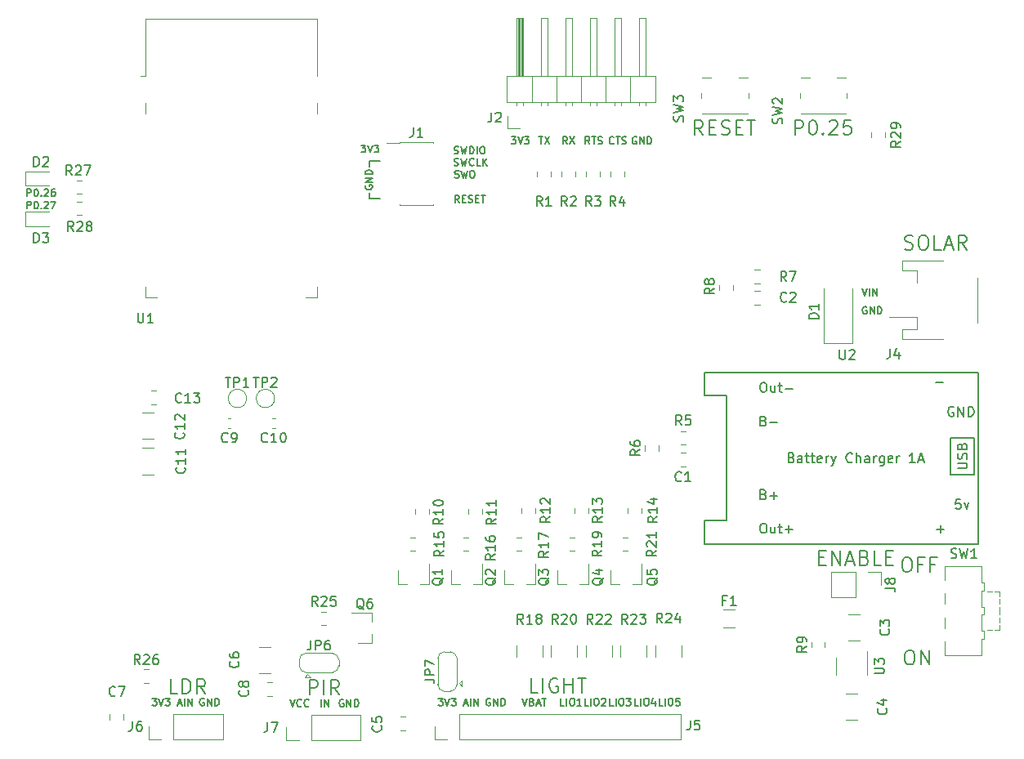
<source format=gbr>
G04 #@! TF.GenerationSoftware,KiCad,Pcbnew,(5.1.5-0-10_14)*
G04 #@! TF.CreationDate,2020-04-17T21:23:15+02:00*
G04 #@! TF.ProjectId,inuk-base,696e756b-2d62-4617-9365-2e6b69636164,rev?*
G04 #@! TF.SameCoordinates,Original*
G04 #@! TF.FileFunction,Legend,Top*
G04 #@! TF.FilePolarity,Positive*
%FSLAX46Y46*%
G04 Gerber Fmt 4.6, Leading zero omitted, Abs format (unit mm)*
G04 Created by KiCad (PCBNEW (5.1.5-0-10_14)) date 2020-04-17 21:23:15*
%MOMM*%
%LPD*%
G04 APERTURE LIST*
%ADD10C,0.150000*%
%ADD11C,0.200000*%
%ADD12C,0.120000*%
G04 APERTURE END LIST*
D10*
X55953571Y-87339285D02*
X55953571Y-86589285D01*
X56239285Y-86589285D01*
X56310714Y-86625000D01*
X56346428Y-86660714D01*
X56382142Y-86732142D01*
X56382142Y-86839285D01*
X56346428Y-86910714D01*
X56310714Y-86946428D01*
X56239285Y-86982142D01*
X55953571Y-86982142D01*
X56846428Y-86589285D02*
X56917857Y-86589285D01*
X56989285Y-86625000D01*
X57025000Y-86660714D01*
X57060714Y-86732142D01*
X57096428Y-86875000D01*
X57096428Y-87053571D01*
X57060714Y-87196428D01*
X57025000Y-87267857D01*
X56989285Y-87303571D01*
X56917857Y-87339285D01*
X56846428Y-87339285D01*
X56775000Y-87303571D01*
X56739285Y-87267857D01*
X56703571Y-87196428D01*
X56667857Y-87053571D01*
X56667857Y-86875000D01*
X56703571Y-86732142D01*
X56739285Y-86660714D01*
X56775000Y-86625000D01*
X56846428Y-86589285D01*
X57417857Y-87267857D02*
X57453571Y-87303571D01*
X57417857Y-87339285D01*
X57382142Y-87303571D01*
X57417857Y-87267857D01*
X57417857Y-87339285D01*
X57739285Y-86660714D02*
X57775000Y-86625000D01*
X57846428Y-86589285D01*
X58025000Y-86589285D01*
X58096428Y-86625000D01*
X58132142Y-86660714D01*
X58167857Y-86732142D01*
X58167857Y-86803571D01*
X58132142Y-86910714D01*
X57703571Y-87339285D01*
X58167857Y-87339285D01*
X58810714Y-86589285D02*
X58667857Y-86589285D01*
X58596428Y-86625000D01*
X58560714Y-86660714D01*
X58489285Y-86767857D01*
X58453571Y-86910714D01*
X58453571Y-87196428D01*
X58489285Y-87267857D01*
X58525000Y-87303571D01*
X58596428Y-87339285D01*
X58739285Y-87339285D01*
X58810714Y-87303571D01*
X58846428Y-87267857D01*
X58882142Y-87196428D01*
X58882142Y-87017857D01*
X58846428Y-86946428D01*
X58810714Y-86910714D01*
X58739285Y-86875000D01*
X58596428Y-86875000D01*
X58525000Y-86910714D01*
X58489285Y-86946428D01*
X58453571Y-87017857D01*
X55953571Y-88639285D02*
X55953571Y-87889285D01*
X56239285Y-87889285D01*
X56310714Y-87925000D01*
X56346428Y-87960714D01*
X56382142Y-88032142D01*
X56382142Y-88139285D01*
X56346428Y-88210714D01*
X56310714Y-88246428D01*
X56239285Y-88282142D01*
X55953571Y-88282142D01*
X56846428Y-87889285D02*
X56917857Y-87889285D01*
X56989285Y-87925000D01*
X57025000Y-87960714D01*
X57060714Y-88032142D01*
X57096428Y-88175000D01*
X57096428Y-88353571D01*
X57060714Y-88496428D01*
X57025000Y-88567857D01*
X56989285Y-88603571D01*
X56917857Y-88639285D01*
X56846428Y-88639285D01*
X56775000Y-88603571D01*
X56739285Y-88567857D01*
X56703571Y-88496428D01*
X56667857Y-88353571D01*
X56667857Y-88175000D01*
X56703571Y-88032142D01*
X56739285Y-87960714D01*
X56775000Y-87925000D01*
X56846428Y-87889285D01*
X57417857Y-88567857D02*
X57453571Y-88603571D01*
X57417857Y-88639285D01*
X57382142Y-88603571D01*
X57417857Y-88567857D01*
X57417857Y-88639285D01*
X57739285Y-87960714D02*
X57775000Y-87925000D01*
X57846428Y-87889285D01*
X58025000Y-87889285D01*
X58096428Y-87925000D01*
X58132142Y-87960714D01*
X58167857Y-88032142D01*
X58167857Y-88103571D01*
X58132142Y-88210714D01*
X57703571Y-88639285D01*
X58167857Y-88639285D01*
X58417857Y-87889285D02*
X58917857Y-87889285D01*
X58596428Y-88639285D01*
X91400000Y-87550000D02*
X92500000Y-87550000D01*
X91400000Y-87550000D02*
X91400000Y-87000000D01*
X91400000Y-83700000D02*
X92500000Y-83700000D01*
X91400000Y-84250000D02*
X91400000Y-83700000D01*
X90571428Y-82039285D02*
X91035714Y-82039285D01*
X90785714Y-82325000D01*
X90892857Y-82325000D01*
X90964285Y-82360714D01*
X91000000Y-82396428D01*
X91035714Y-82467857D01*
X91035714Y-82646428D01*
X91000000Y-82717857D01*
X90964285Y-82753571D01*
X90892857Y-82789285D01*
X90678571Y-82789285D01*
X90607142Y-82753571D01*
X90571428Y-82717857D01*
X91250000Y-82039285D02*
X91500000Y-82789285D01*
X91750000Y-82039285D01*
X91928571Y-82039285D02*
X92392857Y-82039285D01*
X92142857Y-82325000D01*
X92250000Y-82325000D01*
X92321428Y-82360714D01*
X92357142Y-82396428D01*
X92392857Y-82467857D01*
X92392857Y-82646428D01*
X92357142Y-82717857D01*
X92321428Y-82753571D01*
X92250000Y-82789285D01*
X92035714Y-82789285D01*
X91964285Y-82753571D01*
X91928571Y-82717857D01*
X91025000Y-86221428D02*
X90989285Y-86292857D01*
X90989285Y-86400000D01*
X91025000Y-86507142D01*
X91096428Y-86578571D01*
X91167857Y-86614285D01*
X91310714Y-86650000D01*
X91417857Y-86650000D01*
X91560714Y-86614285D01*
X91632142Y-86578571D01*
X91703571Y-86507142D01*
X91739285Y-86400000D01*
X91739285Y-86328571D01*
X91703571Y-86221428D01*
X91667857Y-86185714D01*
X91417857Y-86185714D01*
X91417857Y-86328571D01*
X91739285Y-85864285D02*
X90989285Y-85864285D01*
X91739285Y-85435714D01*
X90989285Y-85435714D01*
X91739285Y-85078571D02*
X90989285Y-85078571D01*
X90989285Y-84900000D01*
X91025000Y-84792857D01*
X91096428Y-84721428D01*
X91167857Y-84685714D01*
X91310714Y-84650000D01*
X91417857Y-84650000D01*
X91560714Y-84685714D01*
X91632142Y-84721428D01*
X91703571Y-84792857D01*
X91739285Y-84900000D01*
X91739285Y-85078571D01*
X100710714Y-87989285D02*
X100460714Y-87632142D01*
X100282142Y-87989285D02*
X100282142Y-87239285D01*
X100567857Y-87239285D01*
X100639285Y-87275000D01*
X100675000Y-87310714D01*
X100710714Y-87382142D01*
X100710714Y-87489285D01*
X100675000Y-87560714D01*
X100639285Y-87596428D01*
X100567857Y-87632142D01*
X100282142Y-87632142D01*
X101032142Y-87596428D02*
X101282142Y-87596428D01*
X101389285Y-87989285D02*
X101032142Y-87989285D01*
X101032142Y-87239285D01*
X101389285Y-87239285D01*
X101675000Y-87953571D02*
X101782142Y-87989285D01*
X101960714Y-87989285D01*
X102032142Y-87953571D01*
X102067857Y-87917857D01*
X102103571Y-87846428D01*
X102103571Y-87775000D01*
X102067857Y-87703571D01*
X102032142Y-87667857D01*
X101960714Y-87632142D01*
X101817857Y-87596428D01*
X101746428Y-87560714D01*
X101710714Y-87525000D01*
X101675000Y-87453571D01*
X101675000Y-87382142D01*
X101710714Y-87310714D01*
X101746428Y-87275000D01*
X101817857Y-87239285D01*
X101996428Y-87239285D01*
X102103571Y-87275000D01*
X102425000Y-87596428D02*
X102675000Y-87596428D01*
X102782142Y-87989285D02*
X102425000Y-87989285D01*
X102425000Y-87239285D01*
X102782142Y-87239285D01*
X102996428Y-87239285D02*
X103425000Y-87239285D01*
X103210714Y-87989285D02*
X103210714Y-87239285D01*
X100264285Y-85403571D02*
X100371428Y-85439285D01*
X100550000Y-85439285D01*
X100621428Y-85403571D01*
X100657142Y-85367857D01*
X100692857Y-85296428D01*
X100692857Y-85225000D01*
X100657142Y-85153571D01*
X100621428Y-85117857D01*
X100550000Y-85082142D01*
X100407142Y-85046428D01*
X100335714Y-85010714D01*
X100300000Y-84975000D01*
X100264285Y-84903571D01*
X100264285Y-84832142D01*
X100300000Y-84760714D01*
X100335714Y-84725000D01*
X100407142Y-84689285D01*
X100585714Y-84689285D01*
X100692857Y-84725000D01*
X100942857Y-84689285D02*
X101121428Y-85439285D01*
X101264285Y-84903571D01*
X101407142Y-85439285D01*
X101585714Y-84689285D01*
X102014285Y-84689285D02*
X102157142Y-84689285D01*
X102228571Y-84725000D01*
X102300000Y-84796428D01*
X102335714Y-84939285D01*
X102335714Y-85189285D01*
X102300000Y-85332142D01*
X102228571Y-85403571D01*
X102157142Y-85439285D01*
X102014285Y-85439285D01*
X101942857Y-85403571D01*
X101871428Y-85332142D01*
X101835714Y-85189285D01*
X101835714Y-84939285D01*
X101871428Y-84796428D01*
X101942857Y-84725000D01*
X102014285Y-84689285D01*
X100203571Y-84153571D02*
X100310714Y-84189285D01*
X100489285Y-84189285D01*
X100560714Y-84153571D01*
X100596428Y-84117857D01*
X100632142Y-84046428D01*
X100632142Y-83975000D01*
X100596428Y-83903571D01*
X100560714Y-83867857D01*
X100489285Y-83832142D01*
X100346428Y-83796428D01*
X100275000Y-83760714D01*
X100239285Y-83725000D01*
X100203571Y-83653571D01*
X100203571Y-83582142D01*
X100239285Y-83510714D01*
X100275000Y-83475000D01*
X100346428Y-83439285D01*
X100525000Y-83439285D01*
X100632142Y-83475000D01*
X100882142Y-83439285D02*
X101060714Y-84189285D01*
X101203571Y-83653571D01*
X101346428Y-84189285D01*
X101525000Y-83439285D01*
X102239285Y-84117857D02*
X102203571Y-84153571D01*
X102096428Y-84189285D01*
X102025000Y-84189285D01*
X101917857Y-84153571D01*
X101846428Y-84082142D01*
X101810714Y-84010714D01*
X101775000Y-83867857D01*
X101775000Y-83760714D01*
X101810714Y-83617857D01*
X101846428Y-83546428D01*
X101917857Y-83475000D01*
X102025000Y-83439285D01*
X102096428Y-83439285D01*
X102203571Y-83475000D01*
X102239285Y-83510714D01*
X102917857Y-84189285D02*
X102560714Y-84189285D01*
X102560714Y-83439285D01*
X103167857Y-84189285D02*
X103167857Y-83439285D01*
X103596428Y-84189285D02*
X103275000Y-83760714D01*
X103596428Y-83439285D02*
X103167857Y-83867857D01*
X100210714Y-82903571D02*
X100317857Y-82939285D01*
X100496428Y-82939285D01*
X100567857Y-82903571D01*
X100603571Y-82867857D01*
X100639285Y-82796428D01*
X100639285Y-82725000D01*
X100603571Y-82653571D01*
X100567857Y-82617857D01*
X100496428Y-82582142D01*
X100353571Y-82546428D01*
X100282142Y-82510714D01*
X100246428Y-82475000D01*
X100210714Y-82403571D01*
X100210714Y-82332142D01*
X100246428Y-82260714D01*
X100282142Y-82225000D01*
X100353571Y-82189285D01*
X100532142Y-82189285D01*
X100639285Y-82225000D01*
X100889285Y-82189285D02*
X101067857Y-82939285D01*
X101210714Y-82403571D01*
X101353571Y-82939285D01*
X101532142Y-82189285D01*
X101817857Y-82939285D02*
X101817857Y-82189285D01*
X101996428Y-82189285D01*
X102103571Y-82225000D01*
X102175000Y-82296428D01*
X102210714Y-82367857D01*
X102246428Y-82510714D01*
X102246428Y-82617857D01*
X102210714Y-82760714D01*
X102175000Y-82832142D01*
X102103571Y-82903571D01*
X101996428Y-82939285D01*
X101817857Y-82939285D01*
X102567857Y-82939285D02*
X102567857Y-82189285D01*
X103067857Y-82189285D02*
X103210714Y-82189285D01*
X103282142Y-82225000D01*
X103353571Y-82296428D01*
X103389285Y-82439285D01*
X103389285Y-82689285D01*
X103353571Y-82832142D01*
X103282142Y-82903571D01*
X103210714Y-82939285D01*
X103067857Y-82939285D01*
X102996428Y-82903571D01*
X102925000Y-82832142D01*
X102889285Y-82689285D01*
X102889285Y-82439285D01*
X102925000Y-82296428D01*
X102996428Y-82225000D01*
X103067857Y-82189285D01*
X142478571Y-96889285D02*
X142728571Y-97639285D01*
X142978571Y-96889285D01*
X143228571Y-97639285D02*
X143228571Y-96889285D01*
X143585714Y-97639285D02*
X143585714Y-96889285D01*
X144014285Y-97639285D01*
X144014285Y-96889285D01*
X142928571Y-98825000D02*
X142857142Y-98789285D01*
X142750000Y-98789285D01*
X142642857Y-98825000D01*
X142571428Y-98896428D01*
X142535714Y-98967857D01*
X142500000Y-99110714D01*
X142500000Y-99217857D01*
X142535714Y-99360714D01*
X142571428Y-99432142D01*
X142642857Y-99503571D01*
X142750000Y-99539285D01*
X142821428Y-99539285D01*
X142928571Y-99503571D01*
X142964285Y-99467857D01*
X142964285Y-99217857D01*
X142821428Y-99217857D01*
X143285714Y-99539285D02*
X143285714Y-98789285D01*
X143714285Y-99539285D01*
X143714285Y-98789285D01*
X144071428Y-99539285D02*
X144071428Y-98789285D01*
X144250000Y-98789285D01*
X144357142Y-98825000D01*
X144428571Y-98896428D01*
X144464285Y-98967857D01*
X144500000Y-99110714D01*
X144500000Y-99217857D01*
X144464285Y-99360714D01*
X144428571Y-99432142D01*
X144357142Y-99503571D01*
X144250000Y-99539285D01*
X144071428Y-99539285D01*
D11*
X146885714Y-92807142D02*
X147100000Y-92878571D01*
X147457142Y-92878571D01*
X147600000Y-92807142D01*
X147671428Y-92735714D01*
X147742857Y-92592857D01*
X147742857Y-92450000D01*
X147671428Y-92307142D01*
X147600000Y-92235714D01*
X147457142Y-92164285D01*
X147171428Y-92092857D01*
X147028571Y-92021428D01*
X146957142Y-91950000D01*
X146885714Y-91807142D01*
X146885714Y-91664285D01*
X146957142Y-91521428D01*
X147028571Y-91450000D01*
X147171428Y-91378571D01*
X147528571Y-91378571D01*
X147742857Y-91450000D01*
X148671428Y-91378571D02*
X148957142Y-91378571D01*
X149100000Y-91450000D01*
X149242857Y-91592857D01*
X149314285Y-91878571D01*
X149314285Y-92378571D01*
X149242857Y-92664285D01*
X149100000Y-92807142D01*
X148957142Y-92878571D01*
X148671428Y-92878571D01*
X148528571Y-92807142D01*
X148385714Y-92664285D01*
X148314285Y-92378571D01*
X148314285Y-91878571D01*
X148385714Y-91592857D01*
X148528571Y-91450000D01*
X148671428Y-91378571D01*
X150671428Y-92878571D02*
X149957142Y-92878571D01*
X149957142Y-91378571D01*
X151100000Y-92450000D02*
X151814285Y-92450000D01*
X150957142Y-92878571D02*
X151457142Y-91378571D01*
X151957142Y-92878571D01*
X153314285Y-92878571D02*
X152814285Y-92164285D01*
X152457142Y-92878571D02*
X152457142Y-91378571D01*
X153028571Y-91378571D01*
X153171428Y-91450000D01*
X153242857Y-91521428D01*
X153314285Y-91664285D01*
X153314285Y-91878571D01*
X153242857Y-92021428D01*
X153171428Y-92092857D01*
X153028571Y-92164285D01*
X152457142Y-92164285D01*
X135507142Y-80978571D02*
X135507142Y-79478571D01*
X136078571Y-79478571D01*
X136221428Y-79550000D01*
X136292857Y-79621428D01*
X136364285Y-79764285D01*
X136364285Y-79978571D01*
X136292857Y-80121428D01*
X136221428Y-80192857D01*
X136078571Y-80264285D01*
X135507142Y-80264285D01*
X137292857Y-79478571D02*
X137435714Y-79478571D01*
X137578571Y-79550000D01*
X137650000Y-79621428D01*
X137721428Y-79764285D01*
X137792857Y-80050000D01*
X137792857Y-80407142D01*
X137721428Y-80692857D01*
X137650000Y-80835714D01*
X137578571Y-80907142D01*
X137435714Y-80978571D01*
X137292857Y-80978571D01*
X137150000Y-80907142D01*
X137078571Y-80835714D01*
X137007142Y-80692857D01*
X136935714Y-80407142D01*
X136935714Y-80050000D01*
X137007142Y-79764285D01*
X137078571Y-79621428D01*
X137150000Y-79550000D01*
X137292857Y-79478571D01*
X138435714Y-80835714D02*
X138507142Y-80907142D01*
X138435714Y-80978571D01*
X138364285Y-80907142D01*
X138435714Y-80835714D01*
X138435714Y-80978571D01*
X139078571Y-79621428D02*
X139150000Y-79550000D01*
X139292857Y-79478571D01*
X139650000Y-79478571D01*
X139792857Y-79550000D01*
X139864285Y-79621428D01*
X139935714Y-79764285D01*
X139935714Y-79907142D01*
X139864285Y-80121428D01*
X139007142Y-80978571D01*
X139935714Y-80978571D01*
X141292857Y-79478571D02*
X140578571Y-79478571D01*
X140507142Y-80192857D01*
X140578571Y-80121428D01*
X140721428Y-80050000D01*
X141078571Y-80050000D01*
X141221428Y-80121428D01*
X141292857Y-80192857D01*
X141364285Y-80335714D01*
X141364285Y-80692857D01*
X141292857Y-80835714D01*
X141221428Y-80907142D01*
X141078571Y-80978571D01*
X140721428Y-80978571D01*
X140578571Y-80907142D01*
X140507142Y-80835714D01*
X125971428Y-80978571D02*
X125471428Y-80264285D01*
X125114285Y-80978571D02*
X125114285Y-79478571D01*
X125685714Y-79478571D01*
X125828571Y-79550000D01*
X125900000Y-79621428D01*
X125971428Y-79764285D01*
X125971428Y-79978571D01*
X125900000Y-80121428D01*
X125828571Y-80192857D01*
X125685714Y-80264285D01*
X125114285Y-80264285D01*
X126614285Y-80192857D02*
X127114285Y-80192857D01*
X127328571Y-80978571D02*
X126614285Y-80978571D01*
X126614285Y-79478571D01*
X127328571Y-79478571D01*
X127900000Y-80907142D02*
X128114285Y-80978571D01*
X128471428Y-80978571D01*
X128614285Y-80907142D01*
X128685714Y-80835714D01*
X128757142Y-80692857D01*
X128757142Y-80550000D01*
X128685714Y-80407142D01*
X128614285Y-80335714D01*
X128471428Y-80264285D01*
X128185714Y-80192857D01*
X128042857Y-80121428D01*
X127971428Y-80050000D01*
X127900000Y-79907142D01*
X127900000Y-79764285D01*
X127971428Y-79621428D01*
X128042857Y-79550000D01*
X128185714Y-79478571D01*
X128542857Y-79478571D01*
X128757142Y-79550000D01*
X129400000Y-80192857D02*
X129900000Y-80192857D01*
X130114285Y-80978571D02*
X129400000Y-80978571D01*
X129400000Y-79478571D01*
X130114285Y-79478571D01*
X130542857Y-79478571D02*
X131400000Y-79478571D01*
X130971428Y-80978571D02*
X130971428Y-79478571D01*
D10*
X119078571Y-81225000D02*
X119007142Y-81189285D01*
X118900000Y-81189285D01*
X118792857Y-81225000D01*
X118721428Y-81296428D01*
X118685714Y-81367857D01*
X118650000Y-81510714D01*
X118650000Y-81617857D01*
X118685714Y-81760714D01*
X118721428Y-81832142D01*
X118792857Y-81903571D01*
X118900000Y-81939285D01*
X118971428Y-81939285D01*
X119078571Y-81903571D01*
X119114285Y-81867857D01*
X119114285Y-81617857D01*
X118971428Y-81617857D01*
X119435714Y-81939285D02*
X119435714Y-81189285D01*
X119864285Y-81939285D01*
X119864285Y-81189285D01*
X120221428Y-81939285D02*
X120221428Y-81189285D01*
X120400000Y-81189285D01*
X120507142Y-81225000D01*
X120578571Y-81296428D01*
X120614285Y-81367857D01*
X120650000Y-81510714D01*
X120650000Y-81617857D01*
X120614285Y-81760714D01*
X120578571Y-81832142D01*
X120507142Y-81903571D01*
X120400000Y-81939285D01*
X120221428Y-81939285D01*
X116739285Y-81867857D02*
X116703571Y-81903571D01*
X116596428Y-81939285D01*
X116525000Y-81939285D01*
X116417857Y-81903571D01*
X116346428Y-81832142D01*
X116310714Y-81760714D01*
X116275000Y-81617857D01*
X116275000Y-81510714D01*
X116310714Y-81367857D01*
X116346428Y-81296428D01*
X116417857Y-81225000D01*
X116525000Y-81189285D01*
X116596428Y-81189285D01*
X116703571Y-81225000D01*
X116739285Y-81260714D01*
X116953571Y-81189285D02*
X117382142Y-81189285D01*
X117167857Y-81939285D02*
X117167857Y-81189285D01*
X117596428Y-81903571D02*
X117703571Y-81939285D01*
X117882142Y-81939285D01*
X117953571Y-81903571D01*
X117989285Y-81867857D01*
X118025000Y-81796428D01*
X118025000Y-81725000D01*
X117989285Y-81653571D01*
X117953571Y-81617857D01*
X117882142Y-81582142D01*
X117739285Y-81546428D01*
X117667857Y-81510714D01*
X117632142Y-81475000D01*
X117596428Y-81403571D01*
X117596428Y-81332142D01*
X117632142Y-81260714D01*
X117667857Y-81225000D01*
X117739285Y-81189285D01*
X117917857Y-81189285D01*
X118025000Y-81225000D01*
X114239285Y-81939285D02*
X113989285Y-81582142D01*
X113810714Y-81939285D02*
X113810714Y-81189285D01*
X114096428Y-81189285D01*
X114167857Y-81225000D01*
X114203571Y-81260714D01*
X114239285Y-81332142D01*
X114239285Y-81439285D01*
X114203571Y-81510714D01*
X114167857Y-81546428D01*
X114096428Y-81582142D01*
X113810714Y-81582142D01*
X114453571Y-81189285D02*
X114882142Y-81189285D01*
X114667857Y-81939285D02*
X114667857Y-81189285D01*
X115096428Y-81903571D02*
X115203571Y-81939285D01*
X115382142Y-81939285D01*
X115453571Y-81903571D01*
X115489285Y-81867857D01*
X115525000Y-81796428D01*
X115525000Y-81725000D01*
X115489285Y-81653571D01*
X115453571Y-81617857D01*
X115382142Y-81582142D01*
X115239285Y-81546428D01*
X115167857Y-81510714D01*
X115132142Y-81475000D01*
X115096428Y-81403571D01*
X115096428Y-81332142D01*
X115132142Y-81260714D01*
X115167857Y-81225000D01*
X115239285Y-81189285D01*
X115417857Y-81189285D01*
X115525000Y-81225000D01*
X111925000Y-81939285D02*
X111675000Y-81582142D01*
X111496428Y-81939285D02*
X111496428Y-81189285D01*
X111782142Y-81189285D01*
X111853571Y-81225000D01*
X111889285Y-81260714D01*
X111925000Y-81332142D01*
X111925000Y-81439285D01*
X111889285Y-81510714D01*
X111853571Y-81546428D01*
X111782142Y-81582142D01*
X111496428Y-81582142D01*
X112175000Y-81189285D02*
X112675000Y-81939285D01*
X112675000Y-81189285D02*
X112175000Y-81939285D01*
X108978571Y-81189285D02*
X109407142Y-81189285D01*
X109192857Y-81939285D02*
X109192857Y-81189285D01*
X109585714Y-81189285D02*
X110085714Y-81939285D01*
X110085714Y-81189285D02*
X109585714Y-81939285D01*
X106121428Y-81189285D02*
X106585714Y-81189285D01*
X106335714Y-81475000D01*
X106442857Y-81475000D01*
X106514285Y-81510714D01*
X106550000Y-81546428D01*
X106585714Y-81617857D01*
X106585714Y-81796428D01*
X106550000Y-81867857D01*
X106514285Y-81903571D01*
X106442857Y-81939285D01*
X106228571Y-81939285D01*
X106157142Y-81903571D01*
X106121428Y-81867857D01*
X106800000Y-81189285D02*
X107050000Y-81939285D01*
X107300000Y-81189285D01*
X107478571Y-81189285D02*
X107942857Y-81189285D01*
X107692857Y-81475000D01*
X107800000Y-81475000D01*
X107871428Y-81510714D01*
X107907142Y-81546428D01*
X107942857Y-81617857D01*
X107942857Y-81796428D01*
X107907142Y-81867857D01*
X107871428Y-81903571D01*
X107800000Y-81939285D01*
X107585714Y-81939285D01*
X107514285Y-81903571D01*
X107478571Y-81867857D01*
D11*
X138014285Y-124792857D02*
X138514285Y-124792857D01*
X138728571Y-125578571D02*
X138014285Y-125578571D01*
X138014285Y-124078571D01*
X138728571Y-124078571D01*
X139371428Y-125578571D02*
X139371428Y-124078571D01*
X140228571Y-125578571D01*
X140228571Y-124078571D01*
X140871428Y-125150000D02*
X141585714Y-125150000D01*
X140728571Y-125578571D02*
X141228571Y-124078571D01*
X141728571Y-125578571D01*
X142728571Y-124792857D02*
X142942857Y-124864285D01*
X143014285Y-124935714D01*
X143085714Y-125078571D01*
X143085714Y-125292857D01*
X143014285Y-125435714D01*
X142942857Y-125507142D01*
X142800000Y-125578571D01*
X142228571Y-125578571D01*
X142228571Y-124078571D01*
X142728571Y-124078571D01*
X142871428Y-124150000D01*
X142942857Y-124221428D01*
X143014285Y-124364285D01*
X143014285Y-124507142D01*
X142942857Y-124650000D01*
X142871428Y-124721428D01*
X142728571Y-124792857D01*
X142228571Y-124792857D01*
X144442857Y-125578571D02*
X143728571Y-125578571D01*
X143728571Y-124078571D01*
X144942857Y-124792857D02*
X145442857Y-124792857D01*
X145657142Y-125578571D02*
X144942857Y-125578571D01*
X144942857Y-124078571D01*
X145657142Y-124078571D01*
X147271428Y-134378571D02*
X147557142Y-134378571D01*
X147700000Y-134450000D01*
X147842857Y-134592857D01*
X147914285Y-134878571D01*
X147914285Y-135378571D01*
X147842857Y-135664285D01*
X147700000Y-135807142D01*
X147557142Y-135878571D01*
X147271428Y-135878571D01*
X147128571Y-135807142D01*
X146985714Y-135664285D01*
X146914285Y-135378571D01*
X146914285Y-134878571D01*
X146985714Y-134592857D01*
X147128571Y-134450000D01*
X147271428Y-134378571D01*
X148557142Y-135878571D02*
X148557142Y-134378571D01*
X149414285Y-135878571D01*
X149414285Y-134378571D01*
X146971428Y-124778571D02*
X147257142Y-124778571D01*
X147400000Y-124850000D01*
X147542857Y-124992857D01*
X147614285Y-125278571D01*
X147614285Y-125778571D01*
X147542857Y-126064285D01*
X147400000Y-126207142D01*
X147257142Y-126278571D01*
X146971428Y-126278571D01*
X146828571Y-126207142D01*
X146685714Y-126064285D01*
X146614285Y-125778571D01*
X146614285Y-125278571D01*
X146685714Y-124992857D01*
X146828571Y-124850000D01*
X146971428Y-124778571D01*
X148757142Y-125492857D02*
X148257142Y-125492857D01*
X148257142Y-126278571D02*
X148257142Y-124778571D01*
X148971428Y-124778571D01*
X150042857Y-125492857D02*
X149542857Y-125492857D01*
X149542857Y-126278571D02*
X149542857Y-124778571D01*
X150257142Y-124778571D01*
X108900000Y-138778571D02*
X108185714Y-138778571D01*
X108185714Y-137278571D01*
X109400000Y-138778571D02*
X109400000Y-137278571D01*
X110900000Y-137350000D02*
X110757142Y-137278571D01*
X110542857Y-137278571D01*
X110328571Y-137350000D01*
X110185714Y-137492857D01*
X110114285Y-137635714D01*
X110042857Y-137921428D01*
X110042857Y-138135714D01*
X110114285Y-138421428D01*
X110185714Y-138564285D01*
X110328571Y-138707142D01*
X110542857Y-138778571D01*
X110685714Y-138778571D01*
X110900000Y-138707142D01*
X110971428Y-138635714D01*
X110971428Y-138135714D01*
X110685714Y-138135714D01*
X111614285Y-138778571D02*
X111614285Y-137278571D01*
X111614285Y-137992857D02*
X112471428Y-137992857D01*
X112471428Y-138778571D02*
X112471428Y-137278571D01*
X112971428Y-137278571D02*
X113828571Y-137278571D01*
X113400000Y-138778571D02*
X113400000Y-137278571D01*
D10*
X121803571Y-140139285D02*
X121446428Y-140139285D01*
X121446428Y-139389285D01*
X122053571Y-140139285D02*
X122053571Y-139389285D01*
X122553571Y-139389285D02*
X122696428Y-139389285D01*
X122767857Y-139425000D01*
X122839285Y-139496428D01*
X122875000Y-139639285D01*
X122875000Y-139889285D01*
X122839285Y-140032142D01*
X122767857Y-140103571D01*
X122696428Y-140139285D01*
X122553571Y-140139285D01*
X122482142Y-140103571D01*
X122410714Y-140032142D01*
X122375000Y-139889285D01*
X122375000Y-139639285D01*
X122410714Y-139496428D01*
X122482142Y-139425000D01*
X122553571Y-139389285D01*
X123553571Y-139389285D02*
X123196428Y-139389285D01*
X123160714Y-139746428D01*
X123196428Y-139710714D01*
X123267857Y-139675000D01*
X123446428Y-139675000D01*
X123517857Y-139710714D01*
X123553571Y-139746428D01*
X123589285Y-139817857D01*
X123589285Y-139996428D01*
X123553571Y-140067857D01*
X123517857Y-140103571D01*
X123446428Y-140139285D01*
X123267857Y-140139285D01*
X123196428Y-140103571D01*
X123160714Y-140067857D01*
X114103571Y-140139285D02*
X113746428Y-140139285D01*
X113746428Y-139389285D01*
X114353571Y-140139285D02*
X114353571Y-139389285D01*
X114853571Y-139389285D02*
X114996428Y-139389285D01*
X115067857Y-139425000D01*
X115139285Y-139496428D01*
X115175000Y-139639285D01*
X115175000Y-139889285D01*
X115139285Y-140032142D01*
X115067857Y-140103571D01*
X114996428Y-140139285D01*
X114853571Y-140139285D01*
X114782142Y-140103571D01*
X114710714Y-140032142D01*
X114675000Y-139889285D01*
X114675000Y-139639285D01*
X114710714Y-139496428D01*
X114782142Y-139425000D01*
X114853571Y-139389285D01*
X115460714Y-139460714D02*
X115496428Y-139425000D01*
X115567857Y-139389285D01*
X115746428Y-139389285D01*
X115817857Y-139425000D01*
X115853571Y-139460714D01*
X115889285Y-139532142D01*
X115889285Y-139603571D01*
X115853571Y-139710714D01*
X115425000Y-140139285D01*
X115889285Y-140139285D01*
X116703571Y-140139285D02*
X116346428Y-140139285D01*
X116346428Y-139389285D01*
X116953571Y-140139285D02*
X116953571Y-139389285D01*
X117453571Y-139389285D02*
X117596428Y-139389285D01*
X117667857Y-139425000D01*
X117739285Y-139496428D01*
X117775000Y-139639285D01*
X117775000Y-139889285D01*
X117739285Y-140032142D01*
X117667857Y-140103571D01*
X117596428Y-140139285D01*
X117453571Y-140139285D01*
X117382142Y-140103571D01*
X117310714Y-140032142D01*
X117275000Y-139889285D01*
X117275000Y-139639285D01*
X117310714Y-139496428D01*
X117382142Y-139425000D01*
X117453571Y-139389285D01*
X118025000Y-139389285D02*
X118489285Y-139389285D01*
X118239285Y-139675000D01*
X118346428Y-139675000D01*
X118417857Y-139710714D01*
X118453571Y-139746428D01*
X118489285Y-139817857D01*
X118489285Y-139996428D01*
X118453571Y-140067857D01*
X118417857Y-140103571D01*
X118346428Y-140139285D01*
X118132142Y-140139285D01*
X118060714Y-140103571D01*
X118025000Y-140067857D01*
X119303571Y-140139285D02*
X118946428Y-140139285D01*
X118946428Y-139389285D01*
X119553571Y-140139285D02*
X119553571Y-139389285D01*
X120053571Y-139389285D02*
X120196428Y-139389285D01*
X120267857Y-139425000D01*
X120339285Y-139496428D01*
X120375000Y-139639285D01*
X120375000Y-139889285D01*
X120339285Y-140032142D01*
X120267857Y-140103571D01*
X120196428Y-140139285D01*
X120053571Y-140139285D01*
X119982142Y-140103571D01*
X119910714Y-140032142D01*
X119875000Y-139889285D01*
X119875000Y-139639285D01*
X119910714Y-139496428D01*
X119982142Y-139425000D01*
X120053571Y-139389285D01*
X121017857Y-139639285D02*
X121017857Y-140139285D01*
X120839285Y-139353571D02*
X120660714Y-139889285D01*
X121125000Y-139889285D01*
X107267857Y-139389285D02*
X107517857Y-140139285D01*
X107767857Y-139389285D01*
X108267857Y-139746428D02*
X108375000Y-139782142D01*
X108410714Y-139817857D01*
X108446428Y-139889285D01*
X108446428Y-139996428D01*
X108410714Y-140067857D01*
X108375000Y-140103571D01*
X108303571Y-140139285D01*
X108017857Y-140139285D01*
X108017857Y-139389285D01*
X108267857Y-139389285D01*
X108339285Y-139425000D01*
X108375000Y-139460714D01*
X108410714Y-139532142D01*
X108410714Y-139603571D01*
X108375000Y-139675000D01*
X108339285Y-139710714D01*
X108267857Y-139746428D01*
X108017857Y-139746428D01*
X108732142Y-139925000D02*
X109089285Y-139925000D01*
X108660714Y-140139285D02*
X108910714Y-139389285D01*
X109160714Y-140139285D01*
X109303571Y-139389285D02*
X109732142Y-139389285D01*
X109517857Y-140139285D02*
X109517857Y-139389285D01*
X111603571Y-140139285D02*
X111246428Y-140139285D01*
X111246428Y-139389285D01*
X111853571Y-140139285D02*
X111853571Y-139389285D01*
X112353571Y-139389285D02*
X112496428Y-139389285D01*
X112567857Y-139425000D01*
X112639285Y-139496428D01*
X112675000Y-139639285D01*
X112675000Y-139889285D01*
X112639285Y-140032142D01*
X112567857Y-140103571D01*
X112496428Y-140139285D01*
X112353571Y-140139285D01*
X112282142Y-140103571D01*
X112210714Y-140032142D01*
X112175000Y-139889285D01*
X112175000Y-139639285D01*
X112210714Y-139496428D01*
X112282142Y-139425000D01*
X112353571Y-139389285D01*
X113389285Y-140139285D02*
X112960714Y-140139285D01*
X113175000Y-140139285D02*
X113175000Y-139389285D01*
X113103571Y-139496428D01*
X113032142Y-139567857D01*
X112960714Y-139603571D01*
X98571428Y-139389285D02*
X99035714Y-139389285D01*
X98785714Y-139675000D01*
X98892857Y-139675000D01*
X98964285Y-139710714D01*
X99000000Y-139746428D01*
X99035714Y-139817857D01*
X99035714Y-139996428D01*
X99000000Y-140067857D01*
X98964285Y-140103571D01*
X98892857Y-140139285D01*
X98678571Y-140139285D01*
X98607142Y-140103571D01*
X98571428Y-140067857D01*
X99250000Y-139389285D02*
X99500000Y-140139285D01*
X99750000Y-139389285D01*
X99928571Y-139389285D02*
X100392857Y-139389285D01*
X100142857Y-139675000D01*
X100250000Y-139675000D01*
X100321428Y-139710714D01*
X100357142Y-139746428D01*
X100392857Y-139817857D01*
X100392857Y-139996428D01*
X100357142Y-140067857D01*
X100321428Y-140103571D01*
X100250000Y-140139285D01*
X100035714Y-140139285D01*
X99964285Y-140103571D01*
X99928571Y-140067857D01*
X101250000Y-139925000D02*
X101607142Y-139925000D01*
X101178571Y-140139285D02*
X101428571Y-139389285D01*
X101678571Y-140139285D01*
X101928571Y-140139285D02*
X101928571Y-139389285D01*
X102285714Y-140139285D02*
X102285714Y-139389285D01*
X102714285Y-140139285D01*
X102714285Y-139389285D01*
X103928571Y-139425000D02*
X103857142Y-139389285D01*
X103750000Y-139389285D01*
X103642857Y-139425000D01*
X103571428Y-139496428D01*
X103535714Y-139567857D01*
X103500000Y-139710714D01*
X103500000Y-139817857D01*
X103535714Y-139960714D01*
X103571428Y-140032142D01*
X103642857Y-140103571D01*
X103750000Y-140139285D01*
X103821428Y-140139285D01*
X103928571Y-140103571D01*
X103964285Y-140067857D01*
X103964285Y-139817857D01*
X103821428Y-139817857D01*
X104285714Y-140139285D02*
X104285714Y-139389285D01*
X104714285Y-140139285D01*
X104714285Y-139389285D01*
X105071428Y-140139285D02*
X105071428Y-139389285D01*
X105250000Y-139389285D01*
X105357142Y-139425000D01*
X105428571Y-139496428D01*
X105464285Y-139567857D01*
X105500000Y-139710714D01*
X105500000Y-139817857D01*
X105464285Y-139960714D01*
X105428571Y-140032142D01*
X105357142Y-140103571D01*
X105250000Y-140139285D01*
X105071428Y-140139285D01*
X68921428Y-139389285D02*
X69385714Y-139389285D01*
X69135714Y-139675000D01*
X69242857Y-139675000D01*
X69314285Y-139710714D01*
X69350000Y-139746428D01*
X69385714Y-139817857D01*
X69385714Y-139996428D01*
X69350000Y-140067857D01*
X69314285Y-140103571D01*
X69242857Y-140139285D01*
X69028571Y-140139285D01*
X68957142Y-140103571D01*
X68921428Y-140067857D01*
X69600000Y-139389285D02*
X69850000Y-140139285D01*
X70100000Y-139389285D01*
X70278571Y-139389285D02*
X70742857Y-139389285D01*
X70492857Y-139675000D01*
X70600000Y-139675000D01*
X70671428Y-139710714D01*
X70707142Y-139746428D01*
X70742857Y-139817857D01*
X70742857Y-139996428D01*
X70707142Y-140067857D01*
X70671428Y-140103571D01*
X70600000Y-140139285D01*
X70385714Y-140139285D01*
X70314285Y-140103571D01*
X70278571Y-140067857D01*
X71600000Y-139925000D02*
X71957142Y-139925000D01*
X71528571Y-140139285D02*
X71778571Y-139389285D01*
X72028571Y-140139285D01*
X72278571Y-140139285D02*
X72278571Y-139389285D01*
X72635714Y-140139285D02*
X72635714Y-139389285D01*
X73064285Y-140139285D01*
X73064285Y-139389285D01*
X74278571Y-139425000D02*
X74207142Y-139389285D01*
X74100000Y-139389285D01*
X73992857Y-139425000D01*
X73921428Y-139496428D01*
X73885714Y-139567857D01*
X73850000Y-139710714D01*
X73850000Y-139817857D01*
X73885714Y-139960714D01*
X73921428Y-140032142D01*
X73992857Y-140103571D01*
X74100000Y-140139285D01*
X74171428Y-140139285D01*
X74278571Y-140103571D01*
X74314285Y-140067857D01*
X74314285Y-139817857D01*
X74171428Y-139817857D01*
X74635714Y-140139285D02*
X74635714Y-139389285D01*
X75064285Y-140139285D01*
X75064285Y-139389285D01*
X75421428Y-140139285D02*
X75421428Y-139389285D01*
X75600000Y-139389285D01*
X75707142Y-139425000D01*
X75778571Y-139496428D01*
X75814285Y-139567857D01*
X75850000Y-139710714D01*
X75850000Y-139817857D01*
X75814285Y-139960714D01*
X75778571Y-140032142D01*
X75707142Y-140103571D01*
X75600000Y-140139285D01*
X75421428Y-140139285D01*
X88728571Y-139525000D02*
X88657142Y-139489285D01*
X88550000Y-139489285D01*
X88442857Y-139525000D01*
X88371428Y-139596428D01*
X88335714Y-139667857D01*
X88300000Y-139810714D01*
X88300000Y-139917857D01*
X88335714Y-140060714D01*
X88371428Y-140132142D01*
X88442857Y-140203571D01*
X88550000Y-140239285D01*
X88621428Y-140239285D01*
X88728571Y-140203571D01*
X88764285Y-140167857D01*
X88764285Y-139917857D01*
X88621428Y-139917857D01*
X89085714Y-140239285D02*
X89085714Y-139489285D01*
X89514285Y-140239285D01*
X89514285Y-139489285D01*
X89871428Y-140239285D02*
X89871428Y-139489285D01*
X90050000Y-139489285D01*
X90157142Y-139525000D01*
X90228571Y-139596428D01*
X90264285Y-139667857D01*
X90300000Y-139810714D01*
X90300000Y-139917857D01*
X90264285Y-140060714D01*
X90228571Y-140132142D01*
X90157142Y-140203571D01*
X90050000Y-140239285D01*
X89871428Y-140239285D01*
X86407142Y-140239285D02*
X86407142Y-139489285D01*
X86764285Y-140239285D02*
X86764285Y-139489285D01*
X87192857Y-140239285D01*
X87192857Y-139489285D01*
X83200000Y-139489285D02*
X83450000Y-140239285D01*
X83700000Y-139489285D01*
X84378571Y-140167857D02*
X84342857Y-140203571D01*
X84235714Y-140239285D01*
X84164285Y-140239285D01*
X84057142Y-140203571D01*
X83985714Y-140132142D01*
X83950000Y-140060714D01*
X83914285Y-139917857D01*
X83914285Y-139810714D01*
X83950000Y-139667857D01*
X83985714Y-139596428D01*
X84057142Y-139525000D01*
X84164285Y-139489285D01*
X84235714Y-139489285D01*
X84342857Y-139525000D01*
X84378571Y-139560714D01*
X85128571Y-140167857D02*
X85092857Y-140203571D01*
X84985714Y-140239285D01*
X84914285Y-140239285D01*
X84807142Y-140203571D01*
X84735714Y-140132142D01*
X84700000Y-140060714D01*
X84664285Y-139917857D01*
X84664285Y-139810714D01*
X84700000Y-139667857D01*
X84735714Y-139596428D01*
X84807142Y-139525000D01*
X84914285Y-139489285D01*
X84985714Y-139489285D01*
X85092857Y-139525000D01*
X85128571Y-139560714D01*
D11*
X71564285Y-138878571D02*
X70850000Y-138878571D01*
X70850000Y-137378571D01*
X72064285Y-138878571D02*
X72064285Y-137378571D01*
X72421428Y-137378571D01*
X72635714Y-137450000D01*
X72778571Y-137592857D01*
X72850000Y-137735714D01*
X72921428Y-138021428D01*
X72921428Y-138235714D01*
X72850000Y-138521428D01*
X72778571Y-138664285D01*
X72635714Y-138807142D01*
X72421428Y-138878571D01*
X72064285Y-138878571D01*
X74421428Y-138878571D02*
X73921428Y-138164285D01*
X73564285Y-138878571D02*
X73564285Y-137378571D01*
X74135714Y-137378571D01*
X74278571Y-137450000D01*
X74350000Y-137521428D01*
X74421428Y-137664285D01*
X74421428Y-137878571D01*
X74350000Y-138021428D01*
X74278571Y-138092857D01*
X74135714Y-138164285D01*
X73564285Y-138164285D01*
X85200000Y-138978571D02*
X85200000Y-137478571D01*
X85771428Y-137478571D01*
X85914285Y-137550000D01*
X85985714Y-137621428D01*
X86057142Y-137764285D01*
X86057142Y-137978571D01*
X85985714Y-138121428D01*
X85914285Y-138192857D01*
X85771428Y-138264285D01*
X85200000Y-138264285D01*
X86700000Y-138978571D02*
X86700000Y-137478571D01*
X88271428Y-138978571D02*
X87771428Y-138264285D01*
X87414285Y-138978571D02*
X87414285Y-137478571D01*
X87985714Y-137478571D01*
X88128571Y-137550000D01*
X88200000Y-137621428D01*
X88271428Y-137764285D01*
X88271428Y-137978571D01*
X88200000Y-138121428D01*
X88128571Y-138192857D01*
X87985714Y-138264285D01*
X87414285Y-138264285D01*
D12*
X68838748Y-108910000D02*
X69361252Y-108910000D01*
X68838748Y-107490000D02*
X69361252Y-107490000D01*
X69102064Y-109740000D02*
X67897936Y-109740000D01*
X69102064Y-112460000D02*
X67897936Y-112460000D01*
X69102064Y-113440000D02*
X67897936Y-113440000D01*
X69102064Y-116160000D02*
X67897936Y-116160000D01*
X81662779Y-110390000D02*
X81337221Y-110390000D01*
X81662779Y-111410000D02*
X81337221Y-111410000D01*
X76737221Y-111410000D02*
X77062779Y-111410000D01*
X76737221Y-110390000D02*
X77062779Y-110390000D01*
X137025000Y-75050000D02*
X136100000Y-75050000D01*
X140900000Y-77175000D02*
X140900000Y-76625000D01*
X136000000Y-77175000D02*
X136000000Y-76625000D01*
X140800000Y-78750000D02*
X136100000Y-78750000D01*
X140800000Y-75050000D02*
X139875000Y-75050000D01*
X126825000Y-75050000D02*
X125900000Y-75050000D01*
X130700000Y-77175000D02*
X130700000Y-76625000D01*
X125800000Y-77175000D02*
X125800000Y-76625000D01*
X130600000Y-78750000D02*
X125900000Y-78750000D01*
X130600000Y-75050000D02*
X129675000Y-75050000D01*
X154410000Y-100440000D02*
X154410000Y-95760000D01*
X148190000Y-95060000D02*
X148190000Y-96340000D01*
X146590000Y-95060000D02*
X148190000Y-95060000D01*
X146590000Y-94040000D02*
X146590000Y-95060000D01*
X150840000Y-94040000D02*
X146590000Y-94040000D01*
X148190000Y-99860000D02*
X145300000Y-99860000D01*
X148190000Y-101140000D02*
X148190000Y-99860000D01*
X146590000Y-101140000D02*
X148190000Y-101140000D01*
X146590000Y-102160000D02*
X146590000Y-101140000D01*
X150840000Y-102160000D02*
X146590000Y-102160000D01*
X156700000Y-130700000D02*
X156700000Y-130700000D01*
X156700000Y-129900000D02*
X156700000Y-130700000D01*
X156700000Y-129600000D02*
X156700000Y-129600000D01*
X156700000Y-129100000D02*
X156700000Y-129600000D01*
X156700000Y-131000000D02*
X156700000Y-131000000D01*
X156700000Y-131500000D02*
X156700000Y-131000000D01*
X155400000Y-132300000D02*
X155400000Y-132300000D01*
X155900000Y-132300000D02*
X155400000Y-132300000D01*
X155400000Y-128300000D02*
X155400000Y-128300000D01*
X155900000Y-128300000D02*
X155400000Y-128300000D01*
X156200000Y-128300000D02*
X156200000Y-128300000D01*
X156700000Y-128300000D02*
X156200000Y-128300000D01*
X156700000Y-128800000D02*
X156700000Y-128800000D01*
X156700000Y-128300000D02*
X156700000Y-128800000D01*
X156700000Y-131800000D02*
X156700000Y-131800000D01*
X156700000Y-132300000D02*
X156700000Y-131800000D01*
X156200000Y-132300000D02*
X156200000Y-132300000D01*
X156700000Y-132300000D02*
X156200000Y-132300000D01*
X154800000Y-134900000D02*
X154800000Y-134900000D01*
X154800000Y-133200000D02*
X154800000Y-134900000D01*
X155100000Y-133200000D02*
X154800000Y-133200000D01*
X155100000Y-132400000D02*
X155100000Y-133200000D01*
X154800000Y-132400000D02*
X155100000Y-132400000D01*
X154800000Y-130700000D02*
X154800000Y-132400000D01*
X155100000Y-130700000D02*
X154800000Y-130700000D01*
X155100000Y-129900000D02*
X155100000Y-130700000D01*
X154800000Y-129900000D02*
X155100000Y-129900000D01*
X154800000Y-128200000D02*
X154800000Y-129900000D01*
X155100000Y-128200000D02*
X154800000Y-128200000D01*
X155100000Y-127400000D02*
X155100000Y-128200000D01*
X154800000Y-127400000D02*
X155100000Y-127400000D01*
X154800000Y-125700000D02*
X154800000Y-127400000D01*
X151000000Y-132100000D02*
X151000000Y-132100000D01*
X151000000Y-131000000D02*
X151000000Y-132100000D01*
X151000000Y-129600000D02*
X151000000Y-129600000D01*
X151000000Y-128500000D02*
X151000000Y-129600000D01*
X151000000Y-134900000D02*
X151000000Y-133500000D01*
X154800000Y-134900000D02*
X151000000Y-134900000D01*
X151000000Y-125700000D02*
X154800000Y-125700000D01*
X151000000Y-127100000D02*
X151000000Y-125700000D01*
X144430000Y-126270000D02*
X144430000Y-127600000D01*
X143100000Y-126270000D02*
X144430000Y-126270000D01*
X141830000Y-126270000D02*
X141830000Y-128930000D01*
X141830000Y-128930000D02*
X139230000Y-128930000D01*
X141830000Y-126270000D02*
X139230000Y-126270000D01*
X139230000Y-126270000D02*
X139230000Y-128930000D01*
X81600000Y-108300000D02*
G75*
G03X81600000Y-108300000I-950000J0D01*
G01*
X78700000Y-108300000D02*
G75*
G03X78700000Y-108300000I-950000J0D01*
G01*
X144810000Y-81261252D02*
X144810000Y-80738748D01*
X143390000Y-81261252D02*
X143390000Y-80738748D01*
X61661252Y-87890000D02*
X61138748Y-87890000D01*
X61661252Y-89310000D02*
X61138748Y-89310000D01*
X61661252Y-85690000D02*
X61138748Y-85690000D01*
X61661252Y-87110000D02*
X61138748Y-87110000D01*
X55740000Y-90435000D02*
X58200000Y-90435000D01*
X55740000Y-88965000D02*
X55740000Y-90435000D01*
X58200000Y-88965000D02*
X55740000Y-88965000D01*
X55740000Y-86235000D02*
X58200000Y-86235000D01*
X55740000Y-84765000D02*
X55740000Y-86235000D01*
X58200000Y-84765000D02*
X55740000Y-84765000D01*
X99200000Y-138650000D02*
G75*
G02X98500000Y-137950000I0J700000D01*
G01*
X100500000Y-137950000D02*
G75*
G02X99800000Y-138650000I-700000J0D01*
G01*
X99800000Y-134550000D02*
G75*
G02X100500000Y-135250000I0J-700000D01*
G01*
X98500000Y-135250000D02*
G75*
G02X99200000Y-134550000I700000J0D01*
G01*
X98500000Y-138000000D02*
X98500000Y-135200000D01*
X99200000Y-134550000D02*
X99800000Y-134550000D01*
X100500000Y-135200000D02*
X100500000Y-138000000D01*
X99800000Y-138650000D02*
X99200000Y-138650000D01*
X100700000Y-137800000D02*
X101000000Y-138100000D01*
X101000000Y-138100000D02*
X101000000Y-137500000D01*
X100700000Y-137800000D02*
X101000000Y-137500000D01*
X84150000Y-135400000D02*
G75*
G02X84850000Y-134700000I700000J0D01*
G01*
X84850000Y-136700000D02*
G75*
G02X84150000Y-136000000I0J700000D01*
G01*
X88250000Y-136000000D02*
G75*
G02X87550000Y-136700000I-700000J0D01*
G01*
X87550000Y-134700000D02*
G75*
G02X88250000Y-135400000I0J-700000D01*
G01*
X84800000Y-134700000D02*
X87600000Y-134700000D01*
X88250000Y-135400000D02*
X88250000Y-136000000D01*
X87600000Y-136700000D02*
X84800000Y-136700000D01*
X84150000Y-136000000D02*
X84150000Y-135400000D01*
X85000000Y-136900000D02*
X84700000Y-137200000D01*
X84700000Y-137200000D02*
X85300000Y-137200000D01*
X85000000Y-136900000D02*
X85300000Y-137200000D01*
X68561252Y-136390000D02*
X68038748Y-136390000D01*
X68561252Y-137810000D02*
X68038748Y-137810000D01*
X86961252Y-130390000D02*
X86438748Y-130390000D01*
X86961252Y-131810000D02*
X86438748Y-131810000D01*
X91710000Y-133680000D02*
X90250000Y-133680000D01*
X91710000Y-130520000D02*
X89550000Y-130520000D01*
X91710000Y-130520000D02*
X91710000Y-131450000D01*
X91710000Y-133680000D02*
X91710000Y-132750000D01*
X82770000Y-143730000D02*
X82770000Y-142400000D01*
X84100000Y-143730000D02*
X82770000Y-143730000D01*
X85370000Y-143730000D02*
X85370000Y-141070000D01*
X85370000Y-141070000D02*
X90510000Y-141070000D01*
X85370000Y-143730000D02*
X90510000Y-143730000D01*
X90510000Y-143730000D02*
X90510000Y-141070000D01*
X68530000Y-143630000D02*
X68530000Y-142300000D01*
X69860000Y-143630000D02*
X68530000Y-143630000D01*
X71130000Y-143630000D02*
X71130000Y-140970000D01*
X71130000Y-140970000D02*
X76270000Y-140970000D01*
X71130000Y-143630000D02*
X76270000Y-143630000D01*
X76270000Y-143630000D02*
X76270000Y-140970000D01*
X80838748Y-139110000D02*
X81361252Y-139110000D01*
X80838748Y-137690000D02*
X81361252Y-137690000D01*
X64490000Y-141038748D02*
X64490000Y-141561252D01*
X65910000Y-141038748D02*
X65910000Y-141561252D01*
X81202064Y-134040000D02*
X79997936Y-134040000D01*
X81202064Y-136760000D02*
X79997936Y-136760000D01*
D10*
X128400000Y-120900000D02*
X128400000Y-108000000D01*
X128400000Y-108000000D02*
X128100000Y-108000000D01*
X128200000Y-108000000D02*
X126100000Y-108000000D01*
X126100000Y-108000000D02*
X126100000Y-107700000D01*
X128200000Y-123400000D02*
X126100000Y-123400000D01*
X126100000Y-123400000D02*
X126100000Y-120900000D01*
X126100000Y-120900000D02*
X128400000Y-120900000D01*
X126100000Y-107700000D02*
X126100000Y-105600000D01*
X126100000Y-105600000D02*
X154500000Y-105600000D01*
X154500000Y-105600000D02*
X154500000Y-123400000D01*
X154100000Y-116200000D02*
X151600000Y-116200000D01*
X151600000Y-116200000D02*
X151600000Y-112400000D01*
X151600000Y-112400000D02*
X154100000Y-112400000D01*
X154100000Y-112400000D02*
X154100000Y-116100000D01*
X154500000Y-123400000D02*
X128200000Y-123400000D01*
D12*
X68230000Y-74910000D02*
X67730000Y-74910000D01*
X68230000Y-68930000D02*
X68230000Y-74910000D01*
X85970000Y-68930000D02*
X68230000Y-68930000D01*
X85970000Y-68930000D02*
X85970000Y-74910000D01*
X68230000Y-77700000D02*
X68230000Y-78740000D01*
X85970000Y-77700000D02*
X85970000Y-78740000D01*
X85970000Y-97870000D02*
X84820000Y-97870000D01*
X85970000Y-97870000D02*
X85970000Y-96750000D01*
X68230000Y-97870000D02*
X69380000Y-97870000D01*
X68230000Y-97870000D02*
X68230000Y-96750000D01*
X95161252Y-141290000D02*
X94638748Y-141290000D01*
X95161252Y-142710000D02*
X94638748Y-142710000D01*
X98170000Y-143630000D02*
X98170000Y-142300000D01*
X99500000Y-143630000D02*
X98170000Y-143630000D01*
X100770000Y-143630000D02*
X100770000Y-140970000D01*
X100770000Y-140970000D02*
X123690000Y-140970000D01*
X100770000Y-143630000D02*
X123690000Y-143630000D01*
X123690000Y-143630000D02*
X123690000Y-140970000D01*
X143010000Y-136950000D02*
X143010000Y-134500000D01*
X139790000Y-135150000D02*
X139790000Y-136950000D01*
X123760000Y-135102064D02*
X123760000Y-133897936D01*
X121040000Y-135102064D02*
X121040000Y-133897936D01*
X120160000Y-135102064D02*
X120160000Y-133897936D01*
X117440000Y-135102064D02*
X117440000Y-133897936D01*
X116560000Y-135102064D02*
X116560000Y-133897936D01*
X113840000Y-135102064D02*
X113840000Y-133897936D01*
X118161252Y-122690000D02*
X117638748Y-122690000D01*
X118161252Y-124110000D02*
X117638748Y-124110000D01*
X112960000Y-135102064D02*
X112960000Y-133897936D01*
X110240000Y-135102064D02*
X110240000Y-133897936D01*
X112661252Y-122690000D02*
X112138748Y-122690000D01*
X112661252Y-124110000D02*
X112138748Y-124110000D01*
X109360000Y-135102064D02*
X109360000Y-133897936D01*
X106640000Y-135102064D02*
X106640000Y-133897936D01*
X107161252Y-122690000D02*
X106638748Y-122690000D01*
X107161252Y-124110000D02*
X106638748Y-124110000D01*
X101661252Y-122690000D02*
X101138748Y-122690000D01*
X101661252Y-124110000D02*
X101138748Y-124110000D01*
X96161252Y-122690000D02*
X95638748Y-122690000D01*
X96161252Y-124110000D02*
X95638748Y-124110000D01*
X119610000Y-120161252D02*
X119610000Y-119638748D01*
X118190000Y-120161252D02*
X118190000Y-119638748D01*
X114110000Y-120161252D02*
X114110000Y-119638748D01*
X112690000Y-120161252D02*
X112690000Y-119638748D01*
X108610000Y-120161252D02*
X108610000Y-119638748D01*
X107190000Y-120161252D02*
X107190000Y-119638748D01*
X103110000Y-120261252D02*
X103110000Y-119738748D01*
X101690000Y-120261252D02*
X101690000Y-119738748D01*
X97610000Y-120261252D02*
X97610000Y-119738748D01*
X96190000Y-120261252D02*
X96190000Y-119738748D01*
X138610000Y-134061252D02*
X138610000Y-133538748D01*
X137190000Y-134061252D02*
X137190000Y-133538748D01*
X127690000Y-96538748D02*
X127690000Y-97061252D01*
X129110000Y-96538748D02*
X129110000Y-97061252D01*
X131861252Y-94990000D02*
X131338748Y-94990000D01*
X131861252Y-96410000D02*
X131338748Y-96410000D01*
X116420000Y-127560000D02*
X116420000Y-126100000D01*
X119580000Y-127560000D02*
X119580000Y-125400000D01*
X119580000Y-127560000D02*
X118650000Y-127560000D01*
X116420000Y-127560000D02*
X117350000Y-127560000D01*
X110920000Y-127560000D02*
X110920000Y-126100000D01*
X114080000Y-127560000D02*
X114080000Y-125400000D01*
X114080000Y-127560000D02*
X113150000Y-127560000D01*
X110920000Y-127560000D02*
X111850000Y-127560000D01*
X105420000Y-127560000D02*
X105420000Y-126100000D01*
X108580000Y-127560000D02*
X108580000Y-125400000D01*
X108580000Y-127560000D02*
X107650000Y-127560000D01*
X105420000Y-127560000D02*
X106350000Y-127560000D01*
X99920000Y-127560000D02*
X99920000Y-126100000D01*
X103080000Y-127560000D02*
X103080000Y-125400000D01*
X103080000Y-127560000D02*
X102150000Y-127560000D01*
X99920000Y-127560000D02*
X100850000Y-127560000D01*
X94420000Y-127560000D02*
X94420000Y-126100000D01*
X97580000Y-127560000D02*
X97580000Y-125400000D01*
X97580000Y-127560000D02*
X96650000Y-127560000D01*
X94420000Y-127560000D02*
X95350000Y-127560000D01*
X142002064Y-138890000D02*
X140797936Y-138890000D01*
X142002064Y-141610000D02*
X140797936Y-141610000D01*
X142252064Y-130690000D02*
X141047936Y-130690000D01*
X142252064Y-133410000D02*
X141047936Y-133410000D01*
X131338748Y-98560000D02*
X131861252Y-98560000D01*
X131338748Y-97140000D02*
X131861252Y-97140000D01*
X119990000Y-113188748D02*
X119990000Y-113711252D01*
X121410000Y-113188748D02*
X121410000Y-113711252D01*
X124161252Y-111690000D02*
X123638748Y-111690000D01*
X124161252Y-113110000D02*
X123638748Y-113110000D01*
X128097936Y-132010000D02*
X129302064Y-132010000D01*
X128097936Y-130190000D02*
X129302064Y-130190000D01*
X141500000Y-102600000D02*
X141500000Y-96900000D01*
X138500000Y-102600000D02*
X141500000Y-102600000D01*
X138500000Y-96900000D02*
X138500000Y-102600000D01*
X123638748Y-115360000D02*
X124161252Y-115360000D01*
X123638748Y-113940000D02*
X124161252Y-113940000D01*
X116390000Y-84788748D02*
X116390000Y-85311252D01*
X117810000Y-84788748D02*
X117810000Y-85311252D01*
X113890000Y-84788748D02*
X113890000Y-85311252D01*
X115310000Y-84788748D02*
X115310000Y-85311252D01*
X111340000Y-84788748D02*
X111340000Y-85311252D01*
X112760000Y-84788748D02*
X112760000Y-85311252D01*
X108790000Y-84788748D02*
X108790000Y-85311252D01*
X110210000Y-84788748D02*
X110210000Y-85311252D01*
X105730000Y-80270000D02*
X105730000Y-79000000D01*
X107000000Y-80270000D02*
X105730000Y-80270000D01*
X120080000Y-77957071D02*
X120080000Y-77560000D01*
X119320000Y-77957071D02*
X119320000Y-77560000D01*
X120080000Y-68900000D02*
X120080000Y-74900000D01*
X119320000Y-68900000D02*
X120080000Y-68900000D01*
X119320000Y-74900000D02*
X119320000Y-68900000D01*
X118430000Y-77560000D02*
X118430000Y-74900000D01*
X117540000Y-77957071D02*
X117540000Y-77560000D01*
X116780000Y-77957071D02*
X116780000Y-77560000D01*
X117540000Y-68900000D02*
X117540000Y-74900000D01*
X116780000Y-68900000D02*
X117540000Y-68900000D01*
X116780000Y-74900000D02*
X116780000Y-68900000D01*
X115890000Y-77560000D02*
X115890000Y-74900000D01*
X115000000Y-77957071D02*
X115000000Y-77560000D01*
X114240000Y-77957071D02*
X114240000Y-77560000D01*
X115000000Y-68900000D02*
X115000000Y-74900000D01*
X114240000Y-68900000D02*
X115000000Y-68900000D01*
X114240000Y-74900000D02*
X114240000Y-68900000D01*
X113350000Y-77560000D02*
X113350000Y-74900000D01*
X112460000Y-77957071D02*
X112460000Y-77560000D01*
X111700000Y-77957071D02*
X111700000Y-77560000D01*
X112460000Y-68900000D02*
X112460000Y-74900000D01*
X111700000Y-68900000D02*
X112460000Y-68900000D01*
X111700000Y-74900000D02*
X111700000Y-68900000D01*
X110810000Y-77560000D02*
X110810000Y-74900000D01*
X109920000Y-77957071D02*
X109920000Y-77560000D01*
X109160000Y-77957071D02*
X109160000Y-77560000D01*
X109920000Y-68900000D02*
X109920000Y-74900000D01*
X109160000Y-68900000D02*
X109920000Y-68900000D01*
X109160000Y-74900000D02*
X109160000Y-68900000D01*
X108270000Y-77560000D02*
X108270000Y-74900000D01*
X107380000Y-77890000D02*
X107380000Y-77560000D01*
X106620000Y-77890000D02*
X106620000Y-77560000D01*
X107280000Y-74900000D02*
X107280000Y-68900000D01*
X107160000Y-74900000D02*
X107160000Y-68900000D01*
X107040000Y-74900000D02*
X107040000Y-68900000D01*
X106920000Y-74900000D02*
X106920000Y-68900000D01*
X106800000Y-74900000D02*
X106800000Y-68900000D01*
X106680000Y-74900000D02*
X106680000Y-68900000D01*
X107380000Y-68900000D02*
X107380000Y-74900000D01*
X106620000Y-68900000D02*
X107380000Y-68900000D01*
X106620000Y-74900000D02*
X106620000Y-68900000D01*
X105670000Y-74900000D02*
X105670000Y-77560000D01*
X121030000Y-74900000D02*
X105670000Y-74900000D01*
X121030000Y-77560000D02*
X121030000Y-74900000D01*
X105670000Y-77560000D02*
X121030000Y-77560000D01*
X98065000Y-88170000D02*
X98065000Y-88235000D01*
X94535000Y-88170000D02*
X94535000Y-88235000D01*
X98065000Y-81765000D02*
X98065000Y-81830000D01*
X94535000Y-81765000D02*
X94535000Y-81830000D01*
X93210000Y-81830000D02*
X94535000Y-81830000D01*
X94535000Y-88235000D02*
X98065000Y-88235000D01*
X94535000Y-81765000D02*
X98065000Y-81765000D01*
D10*
X71937142Y-108637142D02*
X71889523Y-108684761D01*
X71746666Y-108732380D01*
X71651428Y-108732380D01*
X71508571Y-108684761D01*
X71413333Y-108589523D01*
X71365714Y-108494285D01*
X71318095Y-108303809D01*
X71318095Y-108160952D01*
X71365714Y-107970476D01*
X71413333Y-107875238D01*
X71508571Y-107780000D01*
X71651428Y-107732380D01*
X71746666Y-107732380D01*
X71889523Y-107780000D01*
X71937142Y-107827619D01*
X72889523Y-108732380D02*
X72318095Y-108732380D01*
X72603809Y-108732380D02*
X72603809Y-107732380D01*
X72508571Y-107875238D01*
X72413333Y-107970476D01*
X72318095Y-108018095D01*
X73222857Y-107732380D02*
X73841904Y-107732380D01*
X73508571Y-108113333D01*
X73651428Y-108113333D01*
X73746666Y-108160952D01*
X73794285Y-108208571D01*
X73841904Y-108303809D01*
X73841904Y-108541904D01*
X73794285Y-108637142D01*
X73746666Y-108684761D01*
X73651428Y-108732380D01*
X73365714Y-108732380D01*
X73270476Y-108684761D01*
X73222857Y-108637142D01*
X72157142Y-111842857D02*
X72204761Y-111890476D01*
X72252380Y-112033333D01*
X72252380Y-112128571D01*
X72204761Y-112271428D01*
X72109523Y-112366666D01*
X72014285Y-112414285D01*
X71823809Y-112461904D01*
X71680952Y-112461904D01*
X71490476Y-112414285D01*
X71395238Y-112366666D01*
X71300000Y-112271428D01*
X71252380Y-112128571D01*
X71252380Y-112033333D01*
X71300000Y-111890476D01*
X71347619Y-111842857D01*
X72252380Y-110890476D02*
X72252380Y-111461904D01*
X72252380Y-111176190D02*
X71252380Y-111176190D01*
X71395238Y-111271428D01*
X71490476Y-111366666D01*
X71538095Y-111461904D01*
X71347619Y-110509523D02*
X71300000Y-110461904D01*
X71252380Y-110366666D01*
X71252380Y-110128571D01*
X71300000Y-110033333D01*
X71347619Y-109985714D01*
X71442857Y-109938095D01*
X71538095Y-109938095D01*
X71680952Y-109985714D01*
X72252380Y-110557142D01*
X72252380Y-109938095D01*
X72257142Y-115442857D02*
X72304761Y-115490476D01*
X72352380Y-115633333D01*
X72352380Y-115728571D01*
X72304761Y-115871428D01*
X72209523Y-115966666D01*
X72114285Y-116014285D01*
X71923809Y-116061904D01*
X71780952Y-116061904D01*
X71590476Y-116014285D01*
X71495238Y-115966666D01*
X71400000Y-115871428D01*
X71352380Y-115728571D01*
X71352380Y-115633333D01*
X71400000Y-115490476D01*
X71447619Y-115442857D01*
X72352380Y-114490476D02*
X72352380Y-115061904D01*
X72352380Y-114776190D02*
X71352380Y-114776190D01*
X71495238Y-114871428D01*
X71590476Y-114966666D01*
X71638095Y-115061904D01*
X72352380Y-113538095D02*
X72352380Y-114109523D01*
X72352380Y-113823809D02*
X71352380Y-113823809D01*
X71495238Y-113919047D01*
X71590476Y-114014285D01*
X71638095Y-114109523D01*
X80857142Y-112757142D02*
X80809523Y-112804761D01*
X80666666Y-112852380D01*
X80571428Y-112852380D01*
X80428571Y-112804761D01*
X80333333Y-112709523D01*
X80285714Y-112614285D01*
X80238095Y-112423809D01*
X80238095Y-112280952D01*
X80285714Y-112090476D01*
X80333333Y-111995238D01*
X80428571Y-111900000D01*
X80571428Y-111852380D01*
X80666666Y-111852380D01*
X80809523Y-111900000D01*
X80857142Y-111947619D01*
X81809523Y-112852380D02*
X81238095Y-112852380D01*
X81523809Y-112852380D02*
X81523809Y-111852380D01*
X81428571Y-111995238D01*
X81333333Y-112090476D01*
X81238095Y-112138095D01*
X82428571Y-111852380D02*
X82523809Y-111852380D01*
X82619047Y-111900000D01*
X82666666Y-111947619D01*
X82714285Y-112042857D01*
X82761904Y-112233333D01*
X82761904Y-112471428D01*
X82714285Y-112661904D01*
X82666666Y-112757142D01*
X82619047Y-112804761D01*
X82523809Y-112852380D01*
X82428571Y-112852380D01*
X82333333Y-112804761D01*
X82285714Y-112757142D01*
X82238095Y-112661904D01*
X82190476Y-112471428D01*
X82190476Y-112233333D01*
X82238095Y-112042857D01*
X82285714Y-111947619D01*
X82333333Y-111900000D01*
X82428571Y-111852380D01*
X76733333Y-112757142D02*
X76685714Y-112804761D01*
X76542857Y-112852380D01*
X76447619Y-112852380D01*
X76304761Y-112804761D01*
X76209523Y-112709523D01*
X76161904Y-112614285D01*
X76114285Y-112423809D01*
X76114285Y-112280952D01*
X76161904Y-112090476D01*
X76209523Y-111995238D01*
X76304761Y-111900000D01*
X76447619Y-111852380D01*
X76542857Y-111852380D01*
X76685714Y-111900000D01*
X76733333Y-111947619D01*
X77209523Y-112852380D02*
X77400000Y-112852380D01*
X77495238Y-112804761D01*
X77542857Y-112757142D01*
X77638095Y-112614285D01*
X77685714Y-112423809D01*
X77685714Y-112042857D01*
X77638095Y-111947619D01*
X77590476Y-111900000D01*
X77495238Y-111852380D01*
X77304761Y-111852380D01*
X77209523Y-111900000D01*
X77161904Y-111947619D01*
X77114285Y-112042857D01*
X77114285Y-112280952D01*
X77161904Y-112376190D01*
X77209523Y-112423809D01*
X77304761Y-112471428D01*
X77495238Y-112471428D01*
X77590476Y-112423809D01*
X77638095Y-112376190D01*
X77685714Y-112280952D01*
X134154761Y-79833333D02*
X134202380Y-79690476D01*
X134202380Y-79452380D01*
X134154761Y-79357142D01*
X134107142Y-79309523D01*
X134011904Y-79261904D01*
X133916666Y-79261904D01*
X133821428Y-79309523D01*
X133773809Y-79357142D01*
X133726190Y-79452380D01*
X133678571Y-79642857D01*
X133630952Y-79738095D01*
X133583333Y-79785714D01*
X133488095Y-79833333D01*
X133392857Y-79833333D01*
X133297619Y-79785714D01*
X133250000Y-79738095D01*
X133202380Y-79642857D01*
X133202380Y-79404761D01*
X133250000Y-79261904D01*
X133202380Y-78928571D02*
X134202380Y-78690476D01*
X133488095Y-78500000D01*
X134202380Y-78309523D01*
X133202380Y-78071428D01*
X133297619Y-77738095D02*
X133250000Y-77690476D01*
X133202380Y-77595238D01*
X133202380Y-77357142D01*
X133250000Y-77261904D01*
X133297619Y-77214285D01*
X133392857Y-77166666D01*
X133488095Y-77166666D01*
X133630952Y-77214285D01*
X134202380Y-77785714D01*
X134202380Y-77166666D01*
X123904761Y-79583333D02*
X123952380Y-79440476D01*
X123952380Y-79202380D01*
X123904761Y-79107142D01*
X123857142Y-79059523D01*
X123761904Y-79011904D01*
X123666666Y-79011904D01*
X123571428Y-79059523D01*
X123523809Y-79107142D01*
X123476190Y-79202380D01*
X123428571Y-79392857D01*
X123380952Y-79488095D01*
X123333333Y-79535714D01*
X123238095Y-79583333D01*
X123142857Y-79583333D01*
X123047619Y-79535714D01*
X123000000Y-79488095D01*
X122952380Y-79392857D01*
X122952380Y-79154761D01*
X123000000Y-79011904D01*
X122952380Y-78678571D02*
X123952380Y-78440476D01*
X123238095Y-78250000D01*
X123952380Y-78059523D01*
X122952380Y-77821428D01*
X122952380Y-77535714D02*
X122952380Y-76916666D01*
X123333333Y-77250000D01*
X123333333Y-77107142D01*
X123380952Y-77011904D01*
X123428571Y-76964285D01*
X123523809Y-76916666D01*
X123761904Y-76916666D01*
X123857142Y-76964285D01*
X123904761Y-77011904D01*
X123952380Y-77107142D01*
X123952380Y-77392857D01*
X123904761Y-77488095D01*
X123857142Y-77535714D01*
X145366666Y-103152380D02*
X145366666Y-103866666D01*
X145319047Y-104009523D01*
X145223809Y-104104761D01*
X145080952Y-104152380D01*
X144985714Y-104152380D01*
X146271428Y-103485714D02*
X146271428Y-104152380D01*
X146033333Y-103104761D02*
X145795238Y-103819047D01*
X146414285Y-103819047D01*
X151666666Y-124804761D02*
X151809523Y-124852380D01*
X152047619Y-124852380D01*
X152142857Y-124804761D01*
X152190476Y-124757142D01*
X152238095Y-124661904D01*
X152238095Y-124566666D01*
X152190476Y-124471428D01*
X152142857Y-124423809D01*
X152047619Y-124376190D01*
X151857142Y-124328571D01*
X151761904Y-124280952D01*
X151714285Y-124233333D01*
X151666666Y-124138095D01*
X151666666Y-124042857D01*
X151714285Y-123947619D01*
X151761904Y-123900000D01*
X151857142Y-123852380D01*
X152095238Y-123852380D01*
X152238095Y-123900000D01*
X152571428Y-123852380D02*
X152809523Y-124852380D01*
X153000000Y-124138095D01*
X153190476Y-124852380D01*
X153428571Y-123852380D01*
X154333333Y-124852380D02*
X153761904Y-124852380D01*
X154047619Y-124852380D02*
X154047619Y-123852380D01*
X153952380Y-123995238D01*
X153857142Y-124090476D01*
X153761904Y-124138095D01*
X144882380Y-127933333D02*
X145596666Y-127933333D01*
X145739523Y-127980952D01*
X145834761Y-128076190D01*
X145882380Y-128219047D01*
X145882380Y-128314285D01*
X145310952Y-127314285D02*
X145263333Y-127409523D01*
X145215714Y-127457142D01*
X145120476Y-127504761D01*
X145072857Y-127504761D01*
X144977619Y-127457142D01*
X144930000Y-127409523D01*
X144882380Y-127314285D01*
X144882380Y-127123809D01*
X144930000Y-127028571D01*
X144977619Y-126980952D01*
X145072857Y-126933333D01*
X145120476Y-126933333D01*
X145215714Y-126980952D01*
X145263333Y-127028571D01*
X145310952Y-127123809D01*
X145310952Y-127314285D01*
X145358571Y-127409523D01*
X145406190Y-127457142D01*
X145501428Y-127504761D01*
X145691904Y-127504761D01*
X145787142Y-127457142D01*
X145834761Y-127409523D01*
X145882380Y-127314285D01*
X145882380Y-127123809D01*
X145834761Y-127028571D01*
X145787142Y-126980952D01*
X145691904Y-126933333D01*
X145501428Y-126933333D01*
X145406190Y-126980952D01*
X145358571Y-127028571D01*
X145310952Y-127123809D01*
X79388095Y-106104380D02*
X79959523Y-106104380D01*
X79673809Y-107104380D02*
X79673809Y-106104380D01*
X80292857Y-107104380D02*
X80292857Y-106104380D01*
X80673809Y-106104380D01*
X80769047Y-106152000D01*
X80816666Y-106199619D01*
X80864285Y-106294857D01*
X80864285Y-106437714D01*
X80816666Y-106532952D01*
X80769047Y-106580571D01*
X80673809Y-106628190D01*
X80292857Y-106628190D01*
X81245238Y-106199619D02*
X81292857Y-106152000D01*
X81388095Y-106104380D01*
X81626190Y-106104380D01*
X81721428Y-106152000D01*
X81769047Y-106199619D01*
X81816666Y-106294857D01*
X81816666Y-106390095D01*
X81769047Y-106532952D01*
X81197619Y-107104380D01*
X81816666Y-107104380D01*
X76488095Y-106104380D02*
X77059523Y-106104380D01*
X76773809Y-107104380D02*
X76773809Y-106104380D01*
X77392857Y-107104380D02*
X77392857Y-106104380D01*
X77773809Y-106104380D01*
X77869047Y-106152000D01*
X77916666Y-106199619D01*
X77964285Y-106294857D01*
X77964285Y-106437714D01*
X77916666Y-106532952D01*
X77869047Y-106580571D01*
X77773809Y-106628190D01*
X77392857Y-106628190D01*
X78916666Y-107104380D02*
X78345238Y-107104380D01*
X78630952Y-107104380D02*
X78630952Y-106104380D01*
X78535714Y-106247238D01*
X78440476Y-106342476D01*
X78345238Y-106390095D01*
X146452380Y-81642857D02*
X145976190Y-81976190D01*
X146452380Y-82214285D02*
X145452380Y-82214285D01*
X145452380Y-81833333D01*
X145500000Y-81738095D01*
X145547619Y-81690476D01*
X145642857Y-81642857D01*
X145785714Y-81642857D01*
X145880952Y-81690476D01*
X145928571Y-81738095D01*
X145976190Y-81833333D01*
X145976190Y-82214285D01*
X145547619Y-81261904D02*
X145500000Y-81214285D01*
X145452380Y-81119047D01*
X145452380Y-80880952D01*
X145500000Y-80785714D01*
X145547619Y-80738095D01*
X145642857Y-80690476D01*
X145738095Y-80690476D01*
X145880952Y-80738095D01*
X146452380Y-81309523D01*
X146452380Y-80690476D01*
X146452380Y-80214285D02*
X146452380Y-80023809D01*
X146404761Y-79928571D01*
X146357142Y-79880952D01*
X146214285Y-79785714D01*
X146023809Y-79738095D01*
X145642857Y-79738095D01*
X145547619Y-79785714D01*
X145500000Y-79833333D01*
X145452380Y-79928571D01*
X145452380Y-80119047D01*
X145500000Y-80214285D01*
X145547619Y-80261904D01*
X145642857Y-80309523D01*
X145880952Y-80309523D01*
X145976190Y-80261904D01*
X146023809Y-80214285D01*
X146071428Y-80119047D01*
X146071428Y-79928571D01*
X146023809Y-79833333D01*
X145976190Y-79785714D01*
X145880952Y-79738095D01*
X60757142Y-90952380D02*
X60423809Y-90476190D01*
X60185714Y-90952380D02*
X60185714Y-89952380D01*
X60566666Y-89952380D01*
X60661904Y-90000000D01*
X60709523Y-90047619D01*
X60757142Y-90142857D01*
X60757142Y-90285714D01*
X60709523Y-90380952D01*
X60661904Y-90428571D01*
X60566666Y-90476190D01*
X60185714Y-90476190D01*
X61138095Y-90047619D02*
X61185714Y-90000000D01*
X61280952Y-89952380D01*
X61519047Y-89952380D01*
X61614285Y-90000000D01*
X61661904Y-90047619D01*
X61709523Y-90142857D01*
X61709523Y-90238095D01*
X61661904Y-90380952D01*
X61090476Y-90952380D01*
X61709523Y-90952380D01*
X62280952Y-90380952D02*
X62185714Y-90333333D01*
X62138095Y-90285714D01*
X62090476Y-90190476D01*
X62090476Y-90142857D01*
X62138095Y-90047619D01*
X62185714Y-90000000D01*
X62280952Y-89952380D01*
X62471428Y-89952380D01*
X62566666Y-90000000D01*
X62614285Y-90047619D01*
X62661904Y-90142857D01*
X62661904Y-90190476D01*
X62614285Y-90285714D01*
X62566666Y-90333333D01*
X62471428Y-90380952D01*
X62280952Y-90380952D01*
X62185714Y-90428571D01*
X62138095Y-90476190D01*
X62090476Y-90571428D01*
X62090476Y-90761904D01*
X62138095Y-90857142D01*
X62185714Y-90904761D01*
X62280952Y-90952380D01*
X62471428Y-90952380D01*
X62566666Y-90904761D01*
X62614285Y-90857142D01*
X62661904Y-90761904D01*
X62661904Y-90571428D01*
X62614285Y-90476190D01*
X62566666Y-90428571D01*
X62471428Y-90380952D01*
X60607142Y-85152380D02*
X60273809Y-84676190D01*
X60035714Y-85152380D02*
X60035714Y-84152380D01*
X60416666Y-84152380D01*
X60511904Y-84200000D01*
X60559523Y-84247619D01*
X60607142Y-84342857D01*
X60607142Y-84485714D01*
X60559523Y-84580952D01*
X60511904Y-84628571D01*
X60416666Y-84676190D01*
X60035714Y-84676190D01*
X60988095Y-84247619D02*
X61035714Y-84200000D01*
X61130952Y-84152380D01*
X61369047Y-84152380D01*
X61464285Y-84200000D01*
X61511904Y-84247619D01*
X61559523Y-84342857D01*
X61559523Y-84438095D01*
X61511904Y-84580952D01*
X60940476Y-85152380D01*
X61559523Y-85152380D01*
X61892857Y-84152380D02*
X62559523Y-84152380D01*
X62130952Y-85152380D01*
X56661904Y-92152380D02*
X56661904Y-91152380D01*
X56900000Y-91152380D01*
X57042857Y-91200000D01*
X57138095Y-91295238D01*
X57185714Y-91390476D01*
X57233333Y-91580952D01*
X57233333Y-91723809D01*
X57185714Y-91914285D01*
X57138095Y-92009523D01*
X57042857Y-92104761D01*
X56900000Y-92152380D01*
X56661904Y-92152380D01*
X57566666Y-91152380D02*
X58185714Y-91152380D01*
X57852380Y-91533333D01*
X57995238Y-91533333D01*
X58090476Y-91580952D01*
X58138095Y-91628571D01*
X58185714Y-91723809D01*
X58185714Y-91961904D01*
X58138095Y-92057142D01*
X58090476Y-92104761D01*
X57995238Y-92152380D01*
X57709523Y-92152380D01*
X57614285Y-92104761D01*
X57566666Y-92057142D01*
X56661904Y-84252380D02*
X56661904Y-83252380D01*
X56900000Y-83252380D01*
X57042857Y-83300000D01*
X57138095Y-83395238D01*
X57185714Y-83490476D01*
X57233333Y-83680952D01*
X57233333Y-83823809D01*
X57185714Y-84014285D01*
X57138095Y-84109523D01*
X57042857Y-84204761D01*
X56900000Y-84252380D01*
X56661904Y-84252380D01*
X57614285Y-83347619D02*
X57661904Y-83300000D01*
X57757142Y-83252380D01*
X57995238Y-83252380D01*
X58090476Y-83300000D01*
X58138095Y-83347619D01*
X58185714Y-83442857D01*
X58185714Y-83538095D01*
X58138095Y-83680952D01*
X57566666Y-84252380D01*
X58185714Y-84252380D01*
X97152380Y-137433333D02*
X97866666Y-137433333D01*
X98009523Y-137480952D01*
X98104761Y-137576190D01*
X98152380Y-137719047D01*
X98152380Y-137814285D01*
X98152380Y-136957142D02*
X97152380Y-136957142D01*
X97152380Y-136576190D01*
X97200000Y-136480952D01*
X97247619Y-136433333D01*
X97342857Y-136385714D01*
X97485714Y-136385714D01*
X97580952Y-136433333D01*
X97628571Y-136480952D01*
X97676190Y-136576190D01*
X97676190Y-136957142D01*
X97152380Y-136052380D02*
X97152380Y-135385714D01*
X98152380Y-135814285D01*
X85366666Y-133352380D02*
X85366666Y-134066666D01*
X85319047Y-134209523D01*
X85223809Y-134304761D01*
X85080952Y-134352380D01*
X84985714Y-134352380D01*
X85842857Y-134352380D02*
X85842857Y-133352380D01*
X86223809Y-133352380D01*
X86319047Y-133400000D01*
X86366666Y-133447619D01*
X86414285Y-133542857D01*
X86414285Y-133685714D01*
X86366666Y-133780952D01*
X86319047Y-133828571D01*
X86223809Y-133876190D01*
X85842857Y-133876190D01*
X87271428Y-133352380D02*
X87080952Y-133352380D01*
X86985714Y-133400000D01*
X86938095Y-133447619D01*
X86842857Y-133590476D01*
X86795238Y-133780952D01*
X86795238Y-134161904D01*
X86842857Y-134257142D01*
X86890476Y-134304761D01*
X86985714Y-134352380D01*
X87176190Y-134352380D01*
X87271428Y-134304761D01*
X87319047Y-134257142D01*
X87366666Y-134161904D01*
X87366666Y-133923809D01*
X87319047Y-133828571D01*
X87271428Y-133780952D01*
X87176190Y-133733333D01*
X86985714Y-133733333D01*
X86890476Y-133780952D01*
X86842857Y-133828571D01*
X86795238Y-133923809D01*
X67657142Y-135852380D02*
X67323809Y-135376190D01*
X67085714Y-135852380D02*
X67085714Y-134852380D01*
X67466666Y-134852380D01*
X67561904Y-134900000D01*
X67609523Y-134947619D01*
X67657142Y-135042857D01*
X67657142Y-135185714D01*
X67609523Y-135280952D01*
X67561904Y-135328571D01*
X67466666Y-135376190D01*
X67085714Y-135376190D01*
X68038095Y-134947619D02*
X68085714Y-134900000D01*
X68180952Y-134852380D01*
X68419047Y-134852380D01*
X68514285Y-134900000D01*
X68561904Y-134947619D01*
X68609523Y-135042857D01*
X68609523Y-135138095D01*
X68561904Y-135280952D01*
X67990476Y-135852380D01*
X68609523Y-135852380D01*
X69466666Y-134852380D02*
X69276190Y-134852380D01*
X69180952Y-134900000D01*
X69133333Y-134947619D01*
X69038095Y-135090476D01*
X68990476Y-135280952D01*
X68990476Y-135661904D01*
X69038095Y-135757142D01*
X69085714Y-135804761D01*
X69180952Y-135852380D01*
X69371428Y-135852380D01*
X69466666Y-135804761D01*
X69514285Y-135757142D01*
X69561904Y-135661904D01*
X69561904Y-135423809D01*
X69514285Y-135328571D01*
X69466666Y-135280952D01*
X69371428Y-135233333D01*
X69180952Y-135233333D01*
X69085714Y-135280952D01*
X69038095Y-135328571D01*
X68990476Y-135423809D01*
X86057142Y-129802380D02*
X85723809Y-129326190D01*
X85485714Y-129802380D02*
X85485714Y-128802380D01*
X85866666Y-128802380D01*
X85961904Y-128850000D01*
X86009523Y-128897619D01*
X86057142Y-128992857D01*
X86057142Y-129135714D01*
X86009523Y-129230952D01*
X85961904Y-129278571D01*
X85866666Y-129326190D01*
X85485714Y-129326190D01*
X86438095Y-128897619D02*
X86485714Y-128850000D01*
X86580952Y-128802380D01*
X86819047Y-128802380D01*
X86914285Y-128850000D01*
X86961904Y-128897619D01*
X87009523Y-128992857D01*
X87009523Y-129088095D01*
X86961904Y-129230952D01*
X86390476Y-129802380D01*
X87009523Y-129802380D01*
X87914285Y-128802380D02*
X87438095Y-128802380D01*
X87390476Y-129278571D01*
X87438095Y-129230952D01*
X87533333Y-129183333D01*
X87771428Y-129183333D01*
X87866666Y-129230952D01*
X87914285Y-129278571D01*
X87961904Y-129373809D01*
X87961904Y-129611904D01*
X87914285Y-129707142D01*
X87866666Y-129754761D01*
X87771428Y-129802380D01*
X87533333Y-129802380D01*
X87438095Y-129754761D01*
X87390476Y-129707142D01*
X90854761Y-130147619D02*
X90759523Y-130100000D01*
X90664285Y-130004761D01*
X90521428Y-129861904D01*
X90426190Y-129814285D01*
X90330952Y-129814285D01*
X90378571Y-130052380D02*
X90283333Y-130004761D01*
X90188095Y-129909523D01*
X90140476Y-129719047D01*
X90140476Y-129385714D01*
X90188095Y-129195238D01*
X90283333Y-129100000D01*
X90378571Y-129052380D01*
X90569047Y-129052380D01*
X90664285Y-129100000D01*
X90759523Y-129195238D01*
X90807142Y-129385714D01*
X90807142Y-129719047D01*
X90759523Y-129909523D01*
X90664285Y-130004761D01*
X90569047Y-130052380D01*
X90378571Y-130052380D01*
X91664285Y-129052380D02*
X91473809Y-129052380D01*
X91378571Y-129100000D01*
X91330952Y-129147619D01*
X91235714Y-129290476D01*
X91188095Y-129480952D01*
X91188095Y-129861904D01*
X91235714Y-129957142D01*
X91283333Y-130004761D01*
X91378571Y-130052380D01*
X91569047Y-130052380D01*
X91664285Y-130004761D01*
X91711904Y-129957142D01*
X91759523Y-129861904D01*
X91759523Y-129623809D01*
X91711904Y-129528571D01*
X91664285Y-129480952D01*
X91569047Y-129433333D01*
X91378571Y-129433333D01*
X91283333Y-129480952D01*
X91235714Y-129528571D01*
X91188095Y-129623809D01*
X80866666Y-141852380D02*
X80866666Y-142566666D01*
X80819047Y-142709523D01*
X80723809Y-142804761D01*
X80580952Y-142852380D01*
X80485714Y-142852380D01*
X81247619Y-141852380D02*
X81914285Y-141852380D01*
X81485714Y-142852380D01*
X66866666Y-141752380D02*
X66866666Y-142466666D01*
X66819047Y-142609523D01*
X66723809Y-142704761D01*
X66580952Y-142752380D01*
X66485714Y-142752380D01*
X67771428Y-141752380D02*
X67580952Y-141752380D01*
X67485714Y-141800000D01*
X67438095Y-141847619D01*
X67342857Y-141990476D01*
X67295238Y-142180952D01*
X67295238Y-142561904D01*
X67342857Y-142657142D01*
X67390476Y-142704761D01*
X67485714Y-142752380D01*
X67676190Y-142752380D01*
X67771428Y-142704761D01*
X67819047Y-142657142D01*
X67866666Y-142561904D01*
X67866666Y-142323809D01*
X67819047Y-142228571D01*
X67771428Y-142180952D01*
X67676190Y-142133333D01*
X67485714Y-142133333D01*
X67390476Y-142180952D01*
X67342857Y-142228571D01*
X67295238Y-142323809D01*
X78807142Y-138566666D02*
X78854761Y-138614285D01*
X78902380Y-138757142D01*
X78902380Y-138852380D01*
X78854761Y-138995238D01*
X78759523Y-139090476D01*
X78664285Y-139138095D01*
X78473809Y-139185714D01*
X78330952Y-139185714D01*
X78140476Y-139138095D01*
X78045238Y-139090476D01*
X77950000Y-138995238D01*
X77902380Y-138852380D01*
X77902380Y-138757142D01*
X77950000Y-138614285D01*
X77997619Y-138566666D01*
X78330952Y-137995238D02*
X78283333Y-138090476D01*
X78235714Y-138138095D01*
X78140476Y-138185714D01*
X78092857Y-138185714D01*
X77997619Y-138138095D01*
X77950000Y-138090476D01*
X77902380Y-137995238D01*
X77902380Y-137804761D01*
X77950000Y-137709523D01*
X77997619Y-137661904D01*
X78092857Y-137614285D01*
X78140476Y-137614285D01*
X78235714Y-137661904D01*
X78283333Y-137709523D01*
X78330952Y-137804761D01*
X78330952Y-137995238D01*
X78378571Y-138090476D01*
X78426190Y-138138095D01*
X78521428Y-138185714D01*
X78711904Y-138185714D01*
X78807142Y-138138095D01*
X78854761Y-138090476D01*
X78902380Y-137995238D01*
X78902380Y-137804761D01*
X78854761Y-137709523D01*
X78807142Y-137661904D01*
X78711904Y-137614285D01*
X78521428Y-137614285D01*
X78426190Y-137661904D01*
X78378571Y-137709523D01*
X78330952Y-137804761D01*
X65083333Y-139057142D02*
X65035714Y-139104761D01*
X64892857Y-139152380D01*
X64797619Y-139152380D01*
X64654761Y-139104761D01*
X64559523Y-139009523D01*
X64511904Y-138914285D01*
X64464285Y-138723809D01*
X64464285Y-138580952D01*
X64511904Y-138390476D01*
X64559523Y-138295238D01*
X64654761Y-138200000D01*
X64797619Y-138152380D01*
X64892857Y-138152380D01*
X65035714Y-138200000D01*
X65083333Y-138247619D01*
X65416666Y-138152380D02*
X66083333Y-138152380D01*
X65654761Y-139152380D01*
X77807142Y-135566666D02*
X77854761Y-135614285D01*
X77902380Y-135757142D01*
X77902380Y-135852380D01*
X77854761Y-135995238D01*
X77759523Y-136090476D01*
X77664285Y-136138095D01*
X77473809Y-136185714D01*
X77330952Y-136185714D01*
X77140476Y-136138095D01*
X77045238Y-136090476D01*
X76950000Y-135995238D01*
X76902380Y-135852380D01*
X76902380Y-135757142D01*
X76950000Y-135614285D01*
X76997619Y-135566666D01*
X76902380Y-134709523D02*
X76902380Y-134900000D01*
X76950000Y-134995238D01*
X76997619Y-135042857D01*
X77140476Y-135138095D01*
X77330952Y-135185714D01*
X77711904Y-135185714D01*
X77807142Y-135138095D01*
X77854761Y-135090476D01*
X77902380Y-134995238D01*
X77902380Y-134804761D01*
X77854761Y-134709523D01*
X77807142Y-134661904D01*
X77711904Y-134614285D01*
X77473809Y-134614285D01*
X77378571Y-134661904D01*
X77330952Y-134709523D01*
X77283333Y-134804761D01*
X77283333Y-134995238D01*
X77330952Y-135090476D01*
X77378571Y-135138095D01*
X77473809Y-135185714D01*
X140138095Y-103252380D02*
X140138095Y-104061904D01*
X140185714Y-104157142D01*
X140233333Y-104204761D01*
X140328571Y-104252380D01*
X140519047Y-104252380D01*
X140614285Y-104204761D01*
X140661904Y-104157142D01*
X140709523Y-104061904D01*
X140709523Y-103252380D01*
X141138095Y-103347619D02*
X141185714Y-103300000D01*
X141280952Y-103252380D01*
X141519047Y-103252380D01*
X141614285Y-103300000D01*
X141661904Y-103347619D01*
X141709523Y-103442857D01*
X141709523Y-103538095D01*
X141661904Y-103680952D01*
X141090476Y-104252380D01*
X141709523Y-104252380D01*
X135157142Y-114428571D02*
X135300000Y-114476190D01*
X135347619Y-114523809D01*
X135395238Y-114619047D01*
X135395238Y-114761904D01*
X135347619Y-114857142D01*
X135300000Y-114904761D01*
X135204761Y-114952380D01*
X134823809Y-114952380D01*
X134823809Y-113952380D01*
X135157142Y-113952380D01*
X135252380Y-114000000D01*
X135300000Y-114047619D01*
X135347619Y-114142857D01*
X135347619Y-114238095D01*
X135300000Y-114333333D01*
X135252380Y-114380952D01*
X135157142Y-114428571D01*
X134823809Y-114428571D01*
X136252380Y-114952380D02*
X136252380Y-114428571D01*
X136204761Y-114333333D01*
X136109523Y-114285714D01*
X135919047Y-114285714D01*
X135823809Y-114333333D01*
X136252380Y-114904761D02*
X136157142Y-114952380D01*
X135919047Y-114952380D01*
X135823809Y-114904761D01*
X135776190Y-114809523D01*
X135776190Y-114714285D01*
X135823809Y-114619047D01*
X135919047Y-114571428D01*
X136157142Y-114571428D01*
X136252380Y-114523809D01*
X136585714Y-114285714D02*
X136966666Y-114285714D01*
X136728571Y-113952380D02*
X136728571Y-114809523D01*
X136776190Y-114904761D01*
X136871428Y-114952380D01*
X136966666Y-114952380D01*
X137157142Y-114285714D02*
X137538095Y-114285714D01*
X137300000Y-113952380D02*
X137300000Y-114809523D01*
X137347619Y-114904761D01*
X137442857Y-114952380D01*
X137538095Y-114952380D01*
X138252380Y-114904761D02*
X138157142Y-114952380D01*
X137966666Y-114952380D01*
X137871428Y-114904761D01*
X137823809Y-114809523D01*
X137823809Y-114428571D01*
X137871428Y-114333333D01*
X137966666Y-114285714D01*
X138157142Y-114285714D01*
X138252380Y-114333333D01*
X138300000Y-114428571D01*
X138300000Y-114523809D01*
X137823809Y-114619047D01*
X138728571Y-114952380D02*
X138728571Y-114285714D01*
X138728571Y-114476190D02*
X138776190Y-114380952D01*
X138823809Y-114333333D01*
X138919047Y-114285714D01*
X139014285Y-114285714D01*
X139252380Y-114285714D02*
X139490476Y-114952380D01*
X139728571Y-114285714D02*
X139490476Y-114952380D01*
X139395238Y-115190476D01*
X139347619Y-115238095D01*
X139252380Y-115285714D01*
X141442857Y-114857142D02*
X141395238Y-114904761D01*
X141252380Y-114952380D01*
X141157142Y-114952380D01*
X141014285Y-114904761D01*
X140919047Y-114809523D01*
X140871428Y-114714285D01*
X140823809Y-114523809D01*
X140823809Y-114380952D01*
X140871428Y-114190476D01*
X140919047Y-114095238D01*
X141014285Y-114000000D01*
X141157142Y-113952380D01*
X141252380Y-113952380D01*
X141395238Y-114000000D01*
X141442857Y-114047619D01*
X141871428Y-114952380D02*
X141871428Y-113952380D01*
X142300000Y-114952380D02*
X142300000Y-114428571D01*
X142252380Y-114333333D01*
X142157142Y-114285714D01*
X142014285Y-114285714D01*
X141919047Y-114333333D01*
X141871428Y-114380952D01*
X143204761Y-114952380D02*
X143204761Y-114428571D01*
X143157142Y-114333333D01*
X143061904Y-114285714D01*
X142871428Y-114285714D01*
X142776190Y-114333333D01*
X143204761Y-114904761D02*
X143109523Y-114952380D01*
X142871428Y-114952380D01*
X142776190Y-114904761D01*
X142728571Y-114809523D01*
X142728571Y-114714285D01*
X142776190Y-114619047D01*
X142871428Y-114571428D01*
X143109523Y-114571428D01*
X143204761Y-114523809D01*
X143680952Y-114952380D02*
X143680952Y-114285714D01*
X143680952Y-114476190D02*
X143728571Y-114380952D01*
X143776190Y-114333333D01*
X143871428Y-114285714D01*
X143966666Y-114285714D01*
X144728571Y-114285714D02*
X144728571Y-115095238D01*
X144680952Y-115190476D01*
X144633333Y-115238095D01*
X144538095Y-115285714D01*
X144395238Y-115285714D01*
X144300000Y-115238095D01*
X144728571Y-114904761D02*
X144633333Y-114952380D01*
X144442857Y-114952380D01*
X144347619Y-114904761D01*
X144300000Y-114857142D01*
X144252380Y-114761904D01*
X144252380Y-114476190D01*
X144300000Y-114380952D01*
X144347619Y-114333333D01*
X144442857Y-114285714D01*
X144633333Y-114285714D01*
X144728571Y-114333333D01*
X145585714Y-114904761D02*
X145490476Y-114952380D01*
X145300000Y-114952380D01*
X145204761Y-114904761D01*
X145157142Y-114809523D01*
X145157142Y-114428571D01*
X145204761Y-114333333D01*
X145300000Y-114285714D01*
X145490476Y-114285714D01*
X145585714Y-114333333D01*
X145633333Y-114428571D01*
X145633333Y-114523809D01*
X145157142Y-114619047D01*
X146061904Y-114952380D02*
X146061904Y-114285714D01*
X146061904Y-114476190D02*
X146109523Y-114380952D01*
X146157142Y-114333333D01*
X146252380Y-114285714D01*
X146347619Y-114285714D01*
X147966666Y-114952380D02*
X147395238Y-114952380D01*
X147680952Y-114952380D02*
X147680952Y-113952380D01*
X147585714Y-114095238D01*
X147490476Y-114190476D01*
X147395238Y-114238095D01*
X148347619Y-114666666D02*
X148823809Y-114666666D01*
X148252380Y-114952380D02*
X148585714Y-113952380D01*
X148919047Y-114952380D01*
X151938095Y-109200000D02*
X151842857Y-109152380D01*
X151700000Y-109152380D01*
X151557142Y-109200000D01*
X151461904Y-109295238D01*
X151414285Y-109390476D01*
X151366666Y-109580952D01*
X151366666Y-109723809D01*
X151414285Y-109914285D01*
X151461904Y-110009523D01*
X151557142Y-110104761D01*
X151700000Y-110152380D01*
X151795238Y-110152380D01*
X151938095Y-110104761D01*
X151985714Y-110057142D01*
X151985714Y-109723809D01*
X151795238Y-109723809D01*
X152414285Y-110152380D02*
X152414285Y-109152380D01*
X152985714Y-110152380D01*
X152985714Y-109152380D01*
X153461904Y-110152380D02*
X153461904Y-109152380D01*
X153700000Y-109152380D01*
X153842857Y-109200000D01*
X153938095Y-109295238D01*
X153985714Y-109390476D01*
X154033333Y-109580952D01*
X154033333Y-109723809D01*
X153985714Y-109914285D01*
X153938095Y-110009523D01*
X153842857Y-110104761D01*
X153700000Y-110152380D01*
X153461904Y-110152380D01*
X152657142Y-118752380D02*
X152180952Y-118752380D01*
X152133333Y-119228571D01*
X152180952Y-119180952D01*
X152276190Y-119133333D01*
X152514285Y-119133333D01*
X152609523Y-119180952D01*
X152657142Y-119228571D01*
X152704761Y-119323809D01*
X152704761Y-119561904D01*
X152657142Y-119657142D01*
X152609523Y-119704761D01*
X152514285Y-119752380D01*
X152276190Y-119752380D01*
X152180952Y-119704761D01*
X152133333Y-119657142D01*
X153038095Y-119085714D02*
X153276190Y-119752380D01*
X153514285Y-119085714D01*
X132252380Y-118228571D02*
X132395238Y-118276190D01*
X132442857Y-118323809D01*
X132490476Y-118419047D01*
X132490476Y-118561904D01*
X132442857Y-118657142D01*
X132395238Y-118704761D01*
X132300000Y-118752380D01*
X131919047Y-118752380D01*
X131919047Y-117752380D01*
X132252380Y-117752380D01*
X132347619Y-117800000D01*
X132395238Y-117847619D01*
X132442857Y-117942857D01*
X132442857Y-118038095D01*
X132395238Y-118133333D01*
X132347619Y-118180952D01*
X132252380Y-118228571D01*
X131919047Y-118228571D01*
X132919047Y-118371428D02*
X133680952Y-118371428D01*
X133300000Y-118752380D02*
X133300000Y-117990476D01*
X132252380Y-110628571D02*
X132395238Y-110676190D01*
X132442857Y-110723809D01*
X132490476Y-110819047D01*
X132490476Y-110961904D01*
X132442857Y-111057142D01*
X132395238Y-111104761D01*
X132300000Y-111152380D01*
X131919047Y-111152380D01*
X131919047Y-110152380D01*
X132252380Y-110152380D01*
X132347619Y-110200000D01*
X132395238Y-110247619D01*
X132442857Y-110342857D01*
X132442857Y-110438095D01*
X132395238Y-110533333D01*
X132347619Y-110580952D01*
X132252380Y-110628571D01*
X131919047Y-110628571D01*
X132919047Y-110771428D02*
X133680952Y-110771428D01*
X132147619Y-121252380D02*
X132338095Y-121252380D01*
X132433333Y-121300000D01*
X132528571Y-121395238D01*
X132576190Y-121585714D01*
X132576190Y-121919047D01*
X132528571Y-122109523D01*
X132433333Y-122204761D01*
X132338095Y-122252380D01*
X132147619Y-122252380D01*
X132052380Y-122204761D01*
X131957142Y-122109523D01*
X131909523Y-121919047D01*
X131909523Y-121585714D01*
X131957142Y-121395238D01*
X132052380Y-121300000D01*
X132147619Y-121252380D01*
X133433333Y-121585714D02*
X133433333Y-122252380D01*
X133004761Y-121585714D02*
X133004761Y-122109523D01*
X133052380Y-122204761D01*
X133147619Y-122252380D01*
X133290476Y-122252380D01*
X133385714Y-122204761D01*
X133433333Y-122157142D01*
X133766666Y-121585714D02*
X134147619Y-121585714D01*
X133909523Y-121252380D02*
X133909523Y-122109523D01*
X133957142Y-122204761D01*
X134052380Y-122252380D01*
X134147619Y-122252380D01*
X134480952Y-121871428D02*
X135242857Y-121871428D01*
X134861904Y-122252380D02*
X134861904Y-121490476D01*
X132147619Y-106652380D02*
X132338095Y-106652380D01*
X132433333Y-106700000D01*
X132528571Y-106795238D01*
X132576190Y-106985714D01*
X132576190Y-107319047D01*
X132528571Y-107509523D01*
X132433333Y-107604761D01*
X132338095Y-107652380D01*
X132147619Y-107652380D01*
X132052380Y-107604761D01*
X131957142Y-107509523D01*
X131909523Y-107319047D01*
X131909523Y-106985714D01*
X131957142Y-106795238D01*
X132052380Y-106700000D01*
X132147619Y-106652380D01*
X133433333Y-106985714D02*
X133433333Y-107652380D01*
X133004761Y-106985714D02*
X133004761Y-107509523D01*
X133052380Y-107604761D01*
X133147619Y-107652380D01*
X133290476Y-107652380D01*
X133385714Y-107604761D01*
X133433333Y-107557142D01*
X133766666Y-106985714D02*
X134147619Y-106985714D01*
X133909523Y-106652380D02*
X133909523Y-107509523D01*
X133957142Y-107604761D01*
X134052380Y-107652380D01*
X134147619Y-107652380D01*
X134480952Y-107271428D02*
X135242857Y-107271428D01*
X152352380Y-115561904D02*
X153161904Y-115561904D01*
X153257142Y-115514285D01*
X153304761Y-115466666D01*
X153352380Y-115371428D01*
X153352380Y-115180952D01*
X153304761Y-115085714D01*
X153257142Y-115038095D01*
X153161904Y-114990476D01*
X152352380Y-114990476D01*
X153304761Y-114561904D02*
X153352380Y-114419047D01*
X153352380Y-114180952D01*
X153304761Y-114085714D01*
X153257142Y-114038095D01*
X153161904Y-113990476D01*
X153066666Y-113990476D01*
X152971428Y-114038095D01*
X152923809Y-114085714D01*
X152876190Y-114180952D01*
X152828571Y-114371428D01*
X152780952Y-114466666D01*
X152733333Y-114514285D01*
X152638095Y-114561904D01*
X152542857Y-114561904D01*
X152447619Y-114514285D01*
X152400000Y-114466666D01*
X152352380Y-114371428D01*
X152352380Y-114133333D01*
X152400000Y-113990476D01*
X152828571Y-113228571D02*
X152876190Y-113085714D01*
X152923809Y-113038095D01*
X153019047Y-112990476D01*
X153161904Y-112990476D01*
X153257142Y-113038095D01*
X153304761Y-113085714D01*
X153352380Y-113180952D01*
X153352380Y-113561904D01*
X152352380Y-113561904D01*
X152352380Y-113228571D01*
X152400000Y-113133333D01*
X152447619Y-113085714D01*
X152542857Y-113038095D01*
X152638095Y-113038095D01*
X152733333Y-113085714D01*
X152780952Y-113133333D01*
X152828571Y-113228571D01*
X152828571Y-113561904D01*
X150119047Y-106671428D02*
X150880952Y-106671428D01*
X150219047Y-121871428D02*
X150980952Y-121871428D01*
X150600000Y-122252380D02*
X150600000Y-121490476D01*
X67438095Y-99452380D02*
X67438095Y-100261904D01*
X67485714Y-100357142D01*
X67533333Y-100404761D01*
X67628571Y-100452380D01*
X67819047Y-100452380D01*
X67914285Y-100404761D01*
X67961904Y-100357142D01*
X68009523Y-100261904D01*
X68009523Y-99452380D01*
X69009523Y-100452380D02*
X68438095Y-100452380D01*
X68723809Y-100452380D02*
X68723809Y-99452380D01*
X68628571Y-99595238D01*
X68533333Y-99690476D01*
X68438095Y-99738095D01*
X92607142Y-142216666D02*
X92654761Y-142264285D01*
X92702380Y-142407142D01*
X92702380Y-142502380D01*
X92654761Y-142645238D01*
X92559523Y-142740476D01*
X92464285Y-142788095D01*
X92273809Y-142835714D01*
X92130952Y-142835714D01*
X91940476Y-142788095D01*
X91845238Y-142740476D01*
X91750000Y-142645238D01*
X91702380Y-142502380D01*
X91702380Y-142407142D01*
X91750000Y-142264285D01*
X91797619Y-142216666D01*
X91702380Y-141311904D02*
X91702380Y-141788095D01*
X92178571Y-141835714D01*
X92130952Y-141788095D01*
X92083333Y-141692857D01*
X92083333Y-141454761D01*
X92130952Y-141359523D01*
X92178571Y-141311904D01*
X92273809Y-141264285D01*
X92511904Y-141264285D01*
X92607142Y-141311904D01*
X92654761Y-141359523D01*
X92702380Y-141454761D01*
X92702380Y-141692857D01*
X92654761Y-141788095D01*
X92607142Y-141835714D01*
X124666666Y-141652380D02*
X124666666Y-142366666D01*
X124619047Y-142509523D01*
X124523809Y-142604761D01*
X124380952Y-142652380D01*
X124285714Y-142652380D01*
X125619047Y-141652380D02*
X125142857Y-141652380D01*
X125095238Y-142128571D01*
X125142857Y-142080952D01*
X125238095Y-142033333D01*
X125476190Y-142033333D01*
X125571428Y-142080952D01*
X125619047Y-142128571D01*
X125666666Y-142223809D01*
X125666666Y-142461904D01*
X125619047Y-142557142D01*
X125571428Y-142604761D01*
X125476190Y-142652380D01*
X125238095Y-142652380D01*
X125142857Y-142604761D01*
X125095238Y-142557142D01*
X143752380Y-136811904D02*
X144561904Y-136811904D01*
X144657142Y-136764285D01*
X144704761Y-136716666D01*
X144752380Y-136621428D01*
X144752380Y-136430952D01*
X144704761Y-136335714D01*
X144657142Y-136288095D01*
X144561904Y-136240476D01*
X143752380Y-136240476D01*
X143752380Y-135859523D02*
X143752380Y-135240476D01*
X144133333Y-135573809D01*
X144133333Y-135430952D01*
X144180952Y-135335714D01*
X144228571Y-135288095D01*
X144323809Y-135240476D01*
X144561904Y-135240476D01*
X144657142Y-135288095D01*
X144704761Y-135335714D01*
X144752380Y-135430952D01*
X144752380Y-135716666D01*
X144704761Y-135811904D01*
X144657142Y-135859523D01*
X121757142Y-131552380D02*
X121423809Y-131076190D01*
X121185714Y-131552380D02*
X121185714Y-130552380D01*
X121566666Y-130552380D01*
X121661904Y-130600000D01*
X121709523Y-130647619D01*
X121757142Y-130742857D01*
X121757142Y-130885714D01*
X121709523Y-130980952D01*
X121661904Y-131028571D01*
X121566666Y-131076190D01*
X121185714Y-131076190D01*
X122138095Y-130647619D02*
X122185714Y-130600000D01*
X122280952Y-130552380D01*
X122519047Y-130552380D01*
X122614285Y-130600000D01*
X122661904Y-130647619D01*
X122709523Y-130742857D01*
X122709523Y-130838095D01*
X122661904Y-130980952D01*
X122090476Y-131552380D01*
X122709523Y-131552380D01*
X123566666Y-130885714D02*
X123566666Y-131552380D01*
X123328571Y-130504761D02*
X123090476Y-131219047D01*
X123709523Y-131219047D01*
X118157142Y-131652380D02*
X117823809Y-131176190D01*
X117585714Y-131652380D02*
X117585714Y-130652380D01*
X117966666Y-130652380D01*
X118061904Y-130700000D01*
X118109523Y-130747619D01*
X118157142Y-130842857D01*
X118157142Y-130985714D01*
X118109523Y-131080952D01*
X118061904Y-131128571D01*
X117966666Y-131176190D01*
X117585714Y-131176190D01*
X118538095Y-130747619D02*
X118585714Y-130700000D01*
X118680952Y-130652380D01*
X118919047Y-130652380D01*
X119014285Y-130700000D01*
X119061904Y-130747619D01*
X119109523Y-130842857D01*
X119109523Y-130938095D01*
X119061904Y-131080952D01*
X118490476Y-131652380D01*
X119109523Y-131652380D01*
X119442857Y-130652380D02*
X120061904Y-130652380D01*
X119728571Y-131033333D01*
X119871428Y-131033333D01*
X119966666Y-131080952D01*
X120014285Y-131128571D01*
X120061904Y-131223809D01*
X120061904Y-131461904D01*
X120014285Y-131557142D01*
X119966666Y-131604761D01*
X119871428Y-131652380D01*
X119585714Y-131652380D01*
X119490476Y-131604761D01*
X119442857Y-131557142D01*
X114557142Y-131652380D02*
X114223809Y-131176190D01*
X113985714Y-131652380D02*
X113985714Y-130652380D01*
X114366666Y-130652380D01*
X114461904Y-130700000D01*
X114509523Y-130747619D01*
X114557142Y-130842857D01*
X114557142Y-130985714D01*
X114509523Y-131080952D01*
X114461904Y-131128571D01*
X114366666Y-131176190D01*
X113985714Y-131176190D01*
X114938095Y-130747619D02*
X114985714Y-130700000D01*
X115080952Y-130652380D01*
X115319047Y-130652380D01*
X115414285Y-130700000D01*
X115461904Y-130747619D01*
X115509523Y-130842857D01*
X115509523Y-130938095D01*
X115461904Y-131080952D01*
X114890476Y-131652380D01*
X115509523Y-131652380D01*
X115890476Y-130747619D02*
X115938095Y-130700000D01*
X116033333Y-130652380D01*
X116271428Y-130652380D01*
X116366666Y-130700000D01*
X116414285Y-130747619D01*
X116461904Y-130842857D01*
X116461904Y-130938095D01*
X116414285Y-131080952D01*
X115842857Y-131652380D01*
X116461904Y-131652380D01*
X121152380Y-124042857D02*
X120676190Y-124376190D01*
X121152380Y-124614285D02*
X120152380Y-124614285D01*
X120152380Y-124233333D01*
X120200000Y-124138095D01*
X120247619Y-124090476D01*
X120342857Y-124042857D01*
X120485714Y-124042857D01*
X120580952Y-124090476D01*
X120628571Y-124138095D01*
X120676190Y-124233333D01*
X120676190Y-124614285D01*
X120247619Y-123661904D02*
X120200000Y-123614285D01*
X120152380Y-123519047D01*
X120152380Y-123280952D01*
X120200000Y-123185714D01*
X120247619Y-123138095D01*
X120342857Y-123090476D01*
X120438095Y-123090476D01*
X120580952Y-123138095D01*
X121152380Y-123709523D01*
X121152380Y-123090476D01*
X121152380Y-122138095D02*
X121152380Y-122709523D01*
X121152380Y-122423809D02*
X120152380Y-122423809D01*
X120295238Y-122519047D01*
X120390476Y-122614285D01*
X120438095Y-122709523D01*
X110957142Y-131652380D02*
X110623809Y-131176190D01*
X110385714Y-131652380D02*
X110385714Y-130652380D01*
X110766666Y-130652380D01*
X110861904Y-130700000D01*
X110909523Y-130747619D01*
X110957142Y-130842857D01*
X110957142Y-130985714D01*
X110909523Y-131080952D01*
X110861904Y-131128571D01*
X110766666Y-131176190D01*
X110385714Y-131176190D01*
X111338095Y-130747619D02*
X111385714Y-130700000D01*
X111480952Y-130652380D01*
X111719047Y-130652380D01*
X111814285Y-130700000D01*
X111861904Y-130747619D01*
X111909523Y-130842857D01*
X111909523Y-130938095D01*
X111861904Y-131080952D01*
X111290476Y-131652380D01*
X111909523Y-131652380D01*
X112528571Y-130652380D02*
X112623809Y-130652380D01*
X112719047Y-130700000D01*
X112766666Y-130747619D01*
X112814285Y-130842857D01*
X112861904Y-131033333D01*
X112861904Y-131271428D01*
X112814285Y-131461904D01*
X112766666Y-131557142D01*
X112719047Y-131604761D01*
X112623809Y-131652380D01*
X112528571Y-131652380D01*
X112433333Y-131604761D01*
X112385714Y-131557142D01*
X112338095Y-131461904D01*
X112290476Y-131271428D01*
X112290476Y-131033333D01*
X112338095Y-130842857D01*
X112385714Y-130747619D01*
X112433333Y-130700000D01*
X112528571Y-130652380D01*
X115502380Y-124042857D02*
X115026190Y-124376190D01*
X115502380Y-124614285D02*
X114502380Y-124614285D01*
X114502380Y-124233333D01*
X114550000Y-124138095D01*
X114597619Y-124090476D01*
X114692857Y-124042857D01*
X114835714Y-124042857D01*
X114930952Y-124090476D01*
X114978571Y-124138095D01*
X115026190Y-124233333D01*
X115026190Y-124614285D01*
X115502380Y-123090476D02*
X115502380Y-123661904D01*
X115502380Y-123376190D02*
X114502380Y-123376190D01*
X114645238Y-123471428D01*
X114740476Y-123566666D01*
X114788095Y-123661904D01*
X115502380Y-122614285D02*
X115502380Y-122423809D01*
X115454761Y-122328571D01*
X115407142Y-122280952D01*
X115264285Y-122185714D01*
X115073809Y-122138095D01*
X114692857Y-122138095D01*
X114597619Y-122185714D01*
X114550000Y-122233333D01*
X114502380Y-122328571D01*
X114502380Y-122519047D01*
X114550000Y-122614285D01*
X114597619Y-122661904D01*
X114692857Y-122709523D01*
X114930952Y-122709523D01*
X115026190Y-122661904D01*
X115073809Y-122614285D01*
X115121428Y-122519047D01*
X115121428Y-122328571D01*
X115073809Y-122233333D01*
X115026190Y-122185714D01*
X114930952Y-122138095D01*
X107357142Y-131652380D02*
X107023809Y-131176190D01*
X106785714Y-131652380D02*
X106785714Y-130652380D01*
X107166666Y-130652380D01*
X107261904Y-130700000D01*
X107309523Y-130747619D01*
X107357142Y-130842857D01*
X107357142Y-130985714D01*
X107309523Y-131080952D01*
X107261904Y-131128571D01*
X107166666Y-131176190D01*
X106785714Y-131176190D01*
X108309523Y-131652380D02*
X107738095Y-131652380D01*
X108023809Y-131652380D02*
X108023809Y-130652380D01*
X107928571Y-130795238D01*
X107833333Y-130890476D01*
X107738095Y-130938095D01*
X108880952Y-131080952D02*
X108785714Y-131033333D01*
X108738095Y-130985714D01*
X108690476Y-130890476D01*
X108690476Y-130842857D01*
X108738095Y-130747619D01*
X108785714Y-130700000D01*
X108880952Y-130652380D01*
X109071428Y-130652380D01*
X109166666Y-130700000D01*
X109214285Y-130747619D01*
X109261904Y-130842857D01*
X109261904Y-130890476D01*
X109214285Y-130985714D01*
X109166666Y-131033333D01*
X109071428Y-131080952D01*
X108880952Y-131080952D01*
X108785714Y-131128571D01*
X108738095Y-131176190D01*
X108690476Y-131271428D01*
X108690476Y-131461904D01*
X108738095Y-131557142D01*
X108785714Y-131604761D01*
X108880952Y-131652380D01*
X109071428Y-131652380D01*
X109166666Y-131604761D01*
X109214285Y-131557142D01*
X109261904Y-131461904D01*
X109261904Y-131271428D01*
X109214285Y-131176190D01*
X109166666Y-131128571D01*
X109071428Y-131080952D01*
X109952380Y-124142857D02*
X109476190Y-124476190D01*
X109952380Y-124714285D02*
X108952380Y-124714285D01*
X108952380Y-124333333D01*
X109000000Y-124238095D01*
X109047619Y-124190476D01*
X109142857Y-124142857D01*
X109285714Y-124142857D01*
X109380952Y-124190476D01*
X109428571Y-124238095D01*
X109476190Y-124333333D01*
X109476190Y-124714285D01*
X109952380Y-123190476D02*
X109952380Y-123761904D01*
X109952380Y-123476190D02*
X108952380Y-123476190D01*
X109095238Y-123571428D01*
X109190476Y-123666666D01*
X109238095Y-123761904D01*
X108952380Y-122857142D02*
X108952380Y-122190476D01*
X109952380Y-122619047D01*
X104452380Y-124442857D02*
X103976190Y-124776190D01*
X104452380Y-125014285D02*
X103452380Y-125014285D01*
X103452380Y-124633333D01*
X103500000Y-124538095D01*
X103547619Y-124490476D01*
X103642857Y-124442857D01*
X103785714Y-124442857D01*
X103880952Y-124490476D01*
X103928571Y-124538095D01*
X103976190Y-124633333D01*
X103976190Y-125014285D01*
X104452380Y-123490476D02*
X104452380Y-124061904D01*
X104452380Y-123776190D02*
X103452380Y-123776190D01*
X103595238Y-123871428D01*
X103690476Y-123966666D01*
X103738095Y-124061904D01*
X103452380Y-122633333D02*
X103452380Y-122823809D01*
X103500000Y-122919047D01*
X103547619Y-122966666D01*
X103690476Y-123061904D01*
X103880952Y-123109523D01*
X104261904Y-123109523D01*
X104357142Y-123061904D01*
X104404761Y-123014285D01*
X104452380Y-122919047D01*
X104452380Y-122728571D01*
X104404761Y-122633333D01*
X104357142Y-122585714D01*
X104261904Y-122538095D01*
X104023809Y-122538095D01*
X103928571Y-122585714D01*
X103880952Y-122633333D01*
X103833333Y-122728571D01*
X103833333Y-122919047D01*
X103880952Y-123014285D01*
X103928571Y-123061904D01*
X104023809Y-123109523D01*
X99152380Y-124042857D02*
X98676190Y-124376190D01*
X99152380Y-124614285D02*
X98152380Y-124614285D01*
X98152380Y-124233333D01*
X98200000Y-124138095D01*
X98247619Y-124090476D01*
X98342857Y-124042857D01*
X98485714Y-124042857D01*
X98580952Y-124090476D01*
X98628571Y-124138095D01*
X98676190Y-124233333D01*
X98676190Y-124614285D01*
X99152380Y-123090476D02*
X99152380Y-123661904D01*
X99152380Y-123376190D02*
X98152380Y-123376190D01*
X98295238Y-123471428D01*
X98390476Y-123566666D01*
X98438095Y-123661904D01*
X98152380Y-122185714D02*
X98152380Y-122661904D01*
X98628571Y-122709523D01*
X98580952Y-122661904D01*
X98533333Y-122566666D01*
X98533333Y-122328571D01*
X98580952Y-122233333D01*
X98628571Y-122185714D01*
X98723809Y-122138095D01*
X98961904Y-122138095D01*
X99057142Y-122185714D01*
X99104761Y-122233333D01*
X99152380Y-122328571D01*
X99152380Y-122566666D01*
X99104761Y-122661904D01*
X99057142Y-122709523D01*
X121252380Y-120542857D02*
X120776190Y-120876190D01*
X121252380Y-121114285D02*
X120252380Y-121114285D01*
X120252380Y-120733333D01*
X120300000Y-120638095D01*
X120347619Y-120590476D01*
X120442857Y-120542857D01*
X120585714Y-120542857D01*
X120680952Y-120590476D01*
X120728571Y-120638095D01*
X120776190Y-120733333D01*
X120776190Y-121114285D01*
X121252380Y-119590476D02*
X121252380Y-120161904D01*
X121252380Y-119876190D02*
X120252380Y-119876190D01*
X120395238Y-119971428D01*
X120490476Y-120066666D01*
X120538095Y-120161904D01*
X120585714Y-118733333D02*
X121252380Y-118733333D01*
X120204761Y-118971428D02*
X120919047Y-119209523D01*
X120919047Y-118590476D01*
X115552380Y-120542857D02*
X115076190Y-120876190D01*
X115552380Y-121114285D02*
X114552380Y-121114285D01*
X114552380Y-120733333D01*
X114600000Y-120638095D01*
X114647619Y-120590476D01*
X114742857Y-120542857D01*
X114885714Y-120542857D01*
X114980952Y-120590476D01*
X115028571Y-120638095D01*
X115076190Y-120733333D01*
X115076190Y-121114285D01*
X115552380Y-119590476D02*
X115552380Y-120161904D01*
X115552380Y-119876190D02*
X114552380Y-119876190D01*
X114695238Y-119971428D01*
X114790476Y-120066666D01*
X114838095Y-120161904D01*
X114552380Y-119257142D02*
X114552380Y-118638095D01*
X114933333Y-118971428D01*
X114933333Y-118828571D01*
X114980952Y-118733333D01*
X115028571Y-118685714D01*
X115123809Y-118638095D01*
X115361904Y-118638095D01*
X115457142Y-118685714D01*
X115504761Y-118733333D01*
X115552380Y-118828571D01*
X115552380Y-119114285D01*
X115504761Y-119209523D01*
X115457142Y-119257142D01*
X110152380Y-120542857D02*
X109676190Y-120876190D01*
X110152380Y-121114285D02*
X109152380Y-121114285D01*
X109152380Y-120733333D01*
X109200000Y-120638095D01*
X109247619Y-120590476D01*
X109342857Y-120542857D01*
X109485714Y-120542857D01*
X109580952Y-120590476D01*
X109628571Y-120638095D01*
X109676190Y-120733333D01*
X109676190Y-121114285D01*
X110152380Y-119590476D02*
X110152380Y-120161904D01*
X110152380Y-119876190D02*
X109152380Y-119876190D01*
X109295238Y-119971428D01*
X109390476Y-120066666D01*
X109438095Y-120161904D01*
X109247619Y-119209523D02*
X109200000Y-119161904D01*
X109152380Y-119066666D01*
X109152380Y-118828571D01*
X109200000Y-118733333D01*
X109247619Y-118685714D01*
X109342857Y-118638095D01*
X109438095Y-118638095D01*
X109580952Y-118685714D01*
X110152380Y-119257142D01*
X110152380Y-118638095D01*
X104552380Y-120742857D02*
X104076190Y-121076190D01*
X104552380Y-121314285D02*
X103552380Y-121314285D01*
X103552380Y-120933333D01*
X103600000Y-120838095D01*
X103647619Y-120790476D01*
X103742857Y-120742857D01*
X103885714Y-120742857D01*
X103980952Y-120790476D01*
X104028571Y-120838095D01*
X104076190Y-120933333D01*
X104076190Y-121314285D01*
X104552380Y-119790476D02*
X104552380Y-120361904D01*
X104552380Y-120076190D02*
X103552380Y-120076190D01*
X103695238Y-120171428D01*
X103790476Y-120266666D01*
X103838095Y-120361904D01*
X104552380Y-118838095D02*
X104552380Y-119409523D01*
X104552380Y-119123809D02*
X103552380Y-119123809D01*
X103695238Y-119219047D01*
X103790476Y-119314285D01*
X103838095Y-119409523D01*
X99052380Y-120742857D02*
X98576190Y-121076190D01*
X99052380Y-121314285D02*
X98052380Y-121314285D01*
X98052380Y-120933333D01*
X98100000Y-120838095D01*
X98147619Y-120790476D01*
X98242857Y-120742857D01*
X98385714Y-120742857D01*
X98480952Y-120790476D01*
X98528571Y-120838095D01*
X98576190Y-120933333D01*
X98576190Y-121314285D01*
X99052380Y-119790476D02*
X99052380Y-120361904D01*
X99052380Y-120076190D02*
X98052380Y-120076190D01*
X98195238Y-120171428D01*
X98290476Y-120266666D01*
X98338095Y-120361904D01*
X98052380Y-119171428D02*
X98052380Y-119076190D01*
X98100000Y-118980952D01*
X98147619Y-118933333D01*
X98242857Y-118885714D01*
X98433333Y-118838095D01*
X98671428Y-118838095D01*
X98861904Y-118885714D01*
X98957142Y-118933333D01*
X99004761Y-118980952D01*
X99052380Y-119076190D01*
X99052380Y-119171428D01*
X99004761Y-119266666D01*
X98957142Y-119314285D01*
X98861904Y-119361904D01*
X98671428Y-119409523D01*
X98433333Y-119409523D01*
X98242857Y-119361904D01*
X98147619Y-119314285D01*
X98100000Y-119266666D01*
X98052380Y-119171428D01*
X136702380Y-133966666D02*
X136226190Y-134300000D01*
X136702380Y-134538095D02*
X135702380Y-134538095D01*
X135702380Y-134157142D01*
X135750000Y-134061904D01*
X135797619Y-134014285D01*
X135892857Y-133966666D01*
X136035714Y-133966666D01*
X136130952Y-134014285D01*
X136178571Y-134061904D01*
X136226190Y-134157142D01*
X136226190Y-134538095D01*
X136702380Y-133490476D02*
X136702380Y-133300000D01*
X136654761Y-133204761D01*
X136607142Y-133157142D01*
X136464285Y-133061904D01*
X136273809Y-133014285D01*
X135892857Y-133014285D01*
X135797619Y-133061904D01*
X135750000Y-133109523D01*
X135702380Y-133204761D01*
X135702380Y-133395238D01*
X135750000Y-133490476D01*
X135797619Y-133538095D01*
X135892857Y-133585714D01*
X136130952Y-133585714D01*
X136226190Y-133538095D01*
X136273809Y-133490476D01*
X136321428Y-133395238D01*
X136321428Y-133204761D01*
X136273809Y-133109523D01*
X136226190Y-133061904D01*
X136130952Y-133014285D01*
X127152380Y-96866666D02*
X126676190Y-97200000D01*
X127152380Y-97438095D02*
X126152380Y-97438095D01*
X126152380Y-97057142D01*
X126200000Y-96961904D01*
X126247619Y-96914285D01*
X126342857Y-96866666D01*
X126485714Y-96866666D01*
X126580952Y-96914285D01*
X126628571Y-96961904D01*
X126676190Y-97057142D01*
X126676190Y-97438095D01*
X126580952Y-96295238D02*
X126533333Y-96390476D01*
X126485714Y-96438095D01*
X126390476Y-96485714D01*
X126342857Y-96485714D01*
X126247619Y-96438095D01*
X126200000Y-96390476D01*
X126152380Y-96295238D01*
X126152380Y-96104761D01*
X126200000Y-96009523D01*
X126247619Y-95961904D01*
X126342857Y-95914285D01*
X126390476Y-95914285D01*
X126485714Y-95961904D01*
X126533333Y-96009523D01*
X126580952Y-96104761D01*
X126580952Y-96295238D01*
X126628571Y-96390476D01*
X126676190Y-96438095D01*
X126771428Y-96485714D01*
X126961904Y-96485714D01*
X127057142Y-96438095D01*
X127104761Y-96390476D01*
X127152380Y-96295238D01*
X127152380Y-96104761D01*
X127104761Y-96009523D01*
X127057142Y-95961904D01*
X126961904Y-95914285D01*
X126771428Y-95914285D01*
X126676190Y-95961904D01*
X126628571Y-96009523D01*
X126580952Y-96104761D01*
X134633333Y-96152380D02*
X134300000Y-95676190D01*
X134061904Y-96152380D02*
X134061904Y-95152380D01*
X134442857Y-95152380D01*
X134538095Y-95200000D01*
X134585714Y-95247619D01*
X134633333Y-95342857D01*
X134633333Y-95485714D01*
X134585714Y-95580952D01*
X134538095Y-95628571D01*
X134442857Y-95676190D01*
X134061904Y-95676190D01*
X134966666Y-95152380D02*
X135633333Y-95152380D01*
X135204761Y-96152380D01*
X121297619Y-126895238D02*
X121250000Y-126990476D01*
X121154761Y-127085714D01*
X121011904Y-127228571D01*
X120964285Y-127323809D01*
X120964285Y-127419047D01*
X121202380Y-127371428D02*
X121154761Y-127466666D01*
X121059523Y-127561904D01*
X120869047Y-127609523D01*
X120535714Y-127609523D01*
X120345238Y-127561904D01*
X120250000Y-127466666D01*
X120202380Y-127371428D01*
X120202380Y-127180952D01*
X120250000Y-127085714D01*
X120345238Y-126990476D01*
X120535714Y-126942857D01*
X120869047Y-126942857D01*
X121059523Y-126990476D01*
X121154761Y-127085714D01*
X121202380Y-127180952D01*
X121202380Y-127371428D01*
X120202380Y-126038095D02*
X120202380Y-126514285D01*
X120678571Y-126561904D01*
X120630952Y-126514285D01*
X120583333Y-126419047D01*
X120583333Y-126180952D01*
X120630952Y-126085714D01*
X120678571Y-126038095D01*
X120773809Y-125990476D01*
X121011904Y-125990476D01*
X121107142Y-126038095D01*
X121154761Y-126085714D01*
X121202380Y-126180952D01*
X121202380Y-126419047D01*
X121154761Y-126514285D01*
X121107142Y-126561904D01*
X115647619Y-126895238D02*
X115600000Y-126990476D01*
X115504761Y-127085714D01*
X115361904Y-127228571D01*
X115314285Y-127323809D01*
X115314285Y-127419047D01*
X115552380Y-127371428D02*
X115504761Y-127466666D01*
X115409523Y-127561904D01*
X115219047Y-127609523D01*
X114885714Y-127609523D01*
X114695238Y-127561904D01*
X114600000Y-127466666D01*
X114552380Y-127371428D01*
X114552380Y-127180952D01*
X114600000Y-127085714D01*
X114695238Y-126990476D01*
X114885714Y-126942857D01*
X115219047Y-126942857D01*
X115409523Y-126990476D01*
X115504761Y-127085714D01*
X115552380Y-127180952D01*
X115552380Y-127371428D01*
X114885714Y-126085714D02*
X115552380Y-126085714D01*
X114504761Y-126323809D02*
X115219047Y-126561904D01*
X115219047Y-125942857D01*
X110047619Y-126895238D02*
X110000000Y-126990476D01*
X109904761Y-127085714D01*
X109761904Y-127228571D01*
X109714285Y-127323809D01*
X109714285Y-127419047D01*
X109952380Y-127371428D02*
X109904761Y-127466666D01*
X109809523Y-127561904D01*
X109619047Y-127609523D01*
X109285714Y-127609523D01*
X109095238Y-127561904D01*
X109000000Y-127466666D01*
X108952380Y-127371428D01*
X108952380Y-127180952D01*
X109000000Y-127085714D01*
X109095238Y-126990476D01*
X109285714Y-126942857D01*
X109619047Y-126942857D01*
X109809523Y-126990476D01*
X109904761Y-127085714D01*
X109952380Y-127180952D01*
X109952380Y-127371428D01*
X108952380Y-126609523D02*
X108952380Y-125990476D01*
X109333333Y-126323809D01*
X109333333Y-126180952D01*
X109380952Y-126085714D01*
X109428571Y-126038095D01*
X109523809Y-125990476D01*
X109761904Y-125990476D01*
X109857142Y-126038095D01*
X109904761Y-126085714D01*
X109952380Y-126180952D01*
X109952380Y-126466666D01*
X109904761Y-126561904D01*
X109857142Y-126609523D01*
X104547619Y-126895238D02*
X104500000Y-126990476D01*
X104404761Y-127085714D01*
X104261904Y-127228571D01*
X104214285Y-127323809D01*
X104214285Y-127419047D01*
X104452380Y-127371428D02*
X104404761Y-127466666D01*
X104309523Y-127561904D01*
X104119047Y-127609523D01*
X103785714Y-127609523D01*
X103595238Y-127561904D01*
X103500000Y-127466666D01*
X103452380Y-127371428D01*
X103452380Y-127180952D01*
X103500000Y-127085714D01*
X103595238Y-126990476D01*
X103785714Y-126942857D01*
X104119047Y-126942857D01*
X104309523Y-126990476D01*
X104404761Y-127085714D01*
X104452380Y-127180952D01*
X104452380Y-127371428D01*
X103547619Y-126561904D02*
X103500000Y-126514285D01*
X103452380Y-126419047D01*
X103452380Y-126180952D01*
X103500000Y-126085714D01*
X103547619Y-126038095D01*
X103642857Y-125990476D01*
X103738095Y-125990476D01*
X103880952Y-126038095D01*
X104452380Y-126609523D01*
X104452380Y-125990476D01*
X99047619Y-126895238D02*
X99000000Y-126990476D01*
X98904761Y-127085714D01*
X98761904Y-127228571D01*
X98714285Y-127323809D01*
X98714285Y-127419047D01*
X98952380Y-127371428D02*
X98904761Y-127466666D01*
X98809523Y-127561904D01*
X98619047Y-127609523D01*
X98285714Y-127609523D01*
X98095238Y-127561904D01*
X98000000Y-127466666D01*
X97952380Y-127371428D01*
X97952380Y-127180952D01*
X98000000Y-127085714D01*
X98095238Y-126990476D01*
X98285714Y-126942857D01*
X98619047Y-126942857D01*
X98809523Y-126990476D01*
X98904761Y-127085714D01*
X98952380Y-127180952D01*
X98952380Y-127371428D01*
X98952380Y-125990476D02*
X98952380Y-126561904D01*
X98952380Y-126276190D02*
X97952380Y-126276190D01*
X98095238Y-126371428D01*
X98190476Y-126466666D01*
X98238095Y-126561904D01*
X144957142Y-140416666D02*
X145004761Y-140464285D01*
X145052380Y-140607142D01*
X145052380Y-140702380D01*
X145004761Y-140845238D01*
X144909523Y-140940476D01*
X144814285Y-140988095D01*
X144623809Y-141035714D01*
X144480952Y-141035714D01*
X144290476Y-140988095D01*
X144195238Y-140940476D01*
X144100000Y-140845238D01*
X144052380Y-140702380D01*
X144052380Y-140607142D01*
X144100000Y-140464285D01*
X144147619Y-140416666D01*
X144385714Y-139559523D02*
X145052380Y-139559523D01*
X144004761Y-139797619D02*
X144719047Y-140035714D01*
X144719047Y-139416666D01*
X145207142Y-132216666D02*
X145254761Y-132264285D01*
X145302380Y-132407142D01*
X145302380Y-132502380D01*
X145254761Y-132645238D01*
X145159523Y-132740476D01*
X145064285Y-132788095D01*
X144873809Y-132835714D01*
X144730952Y-132835714D01*
X144540476Y-132788095D01*
X144445238Y-132740476D01*
X144350000Y-132645238D01*
X144302380Y-132502380D01*
X144302380Y-132407142D01*
X144350000Y-132264285D01*
X144397619Y-132216666D01*
X144302380Y-131883333D02*
X144302380Y-131264285D01*
X144683333Y-131597619D01*
X144683333Y-131454761D01*
X144730952Y-131359523D01*
X144778571Y-131311904D01*
X144873809Y-131264285D01*
X145111904Y-131264285D01*
X145207142Y-131311904D01*
X145254761Y-131359523D01*
X145302380Y-131454761D01*
X145302380Y-131740476D01*
X145254761Y-131835714D01*
X145207142Y-131883333D01*
X134633333Y-98207142D02*
X134585714Y-98254761D01*
X134442857Y-98302380D01*
X134347619Y-98302380D01*
X134204761Y-98254761D01*
X134109523Y-98159523D01*
X134061904Y-98064285D01*
X134014285Y-97873809D01*
X134014285Y-97730952D01*
X134061904Y-97540476D01*
X134109523Y-97445238D01*
X134204761Y-97350000D01*
X134347619Y-97302380D01*
X134442857Y-97302380D01*
X134585714Y-97350000D01*
X134633333Y-97397619D01*
X135014285Y-97397619D02*
X135061904Y-97350000D01*
X135157142Y-97302380D01*
X135395238Y-97302380D01*
X135490476Y-97350000D01*
X135538095Y-97397619D01*
X135585714Y-97492857D01*
X135585714Y-97588095D01*
X135538095Y-97730952D01*
X134966666Y-98302380D01*
X135585714Y-98302380D01*
X119452380Y-113616666D02*
X118976190Y-113950000D01*
X119452380Y-114188095D02*
X118452380Y-114188095D01*
X118452380Y-113807142D01*
X118500000Y-113711904D01*
X118547619Y-113664285D01*
X118642857Y-113616666D01*
X118785714Y-113616666D01*
X118880952Y-113664285D01*
X118928571Y-113711904D01*
X118976190Y-113807142D01*
X118976190Y-114188095D01*
X118452380Y-112759523D02*
X118452380Y-112950000D01*
X118500000Y-113045238D01*
X118547619Y-113092857D01*
X118690476Y-113188095D01*
X118880952Y-113235714D01*
X119261904Y-113235714D01*
X119357142Y-113188095D01*
X119404761Y-113140476D01*
X119452380Y-113045238D01*
X119452380Y-112854761D01*
X119404761Y-112759523D01*
X119357142Y-112711904D01*
X119261904Y-112664285D01*
X119023809Y-112664285D01*
X118928571Y-112711904D01*
X118880952Y-112759523D01*
X118833333Y-112854761D01*
X118833333Y-113045238D01*
X118880952Y-113140476D01*
X118928571Y-113188095D01*
X119023809Y-113235714D01*
X123783333Y-111052380D02*
X123450000Y-110576190D01*
X123211904Y-111052380D02*
X123211904Y-110052380D01*
X123592857Y-110052380D01*
X123688095Y-110100000D01*
X123735714Y-110147619D01*
X123783333Y-110242857D01*
X123783333Y-110385714D01*
X123735714Y-110480952D01*
X123688095Y-110528571D01*
X123592857Y-110576190D01*
X123211904Y-110576190D01*
X124688095Y-110052380D02*
X124211904Y-110052380D01*
X124164285Y-110528571D01*
X124211904Y-110480952D01*
X124307142Y-110433333D01*
X124545238Y-110433333D01*
X124640476Y-110480952D01*
X124688095Y-110528571D01*
X124735714Y-110623809D01*
X124735714Y-110861904D01*
X124688095Y-110957142D01*
X124640476Y-111004761D01*
X124545238Y-111052380D01*
X124307142Y-111052380D01*
X124211904Y-111004761D01*
X124164285Y-110957142D01*
X128366666Y-129208571D02*
X128033333Y-129208571D01*
X128033333Y-129732380D02*
X128033333Y-128732380D01*
X128509523Y-128732380D01*
X129414285Y-129732380D02*
X128842857Y-129732380D01*
X129128571Y-129732380D02*
X129128571Y-128732380D01*
X129033333Y-128875238D01*
X128938095Y-128970476D01*
X128842857Y-129018095D01*
X137952380Y-100038095D02*
X136952380Y-100038095D01*
X136952380Y-99800000D01*
X137000000Y-99657142D01*
X137095238Y-99561904D01*
X137190476Y-99514285D01*
X137380952Y-99466666D01*
X137523809Y-99466666D01*
X137714285Y-99514285D01*
X137809523Y-99561904D01*
X137904761Y-99657142D01*
X137952380Y-99800000D01*
X137952380Y-100038095D01*
X137952380Y-98514285D02*
X137952380Y-99085714D01*
X137952380Y-98800000D02*
X136952380Y-98800000D01*
X137095238Y-98895238D01*
X137190476Y-98990476D01*
X137238095Y-99085714D01*
X123733333Y-116807142D02*
X123685714Y-116854761D01*
X123542857Y-116902380D01*
X123447619Y-116902380D01*
X123304761Y-116854761D01*
X123209523Y-116759523D01*
X123161904Y-116664285D01*
X123114285Y-116473809D01*
X123114285Y-116330952D01*
X123161904Y-116140476D01*
X123209523Y-116045238D01*
X123304761Y-115950000D01*
X123447619Y-115902380D01*
X123542857Y-115902380D01*
X123685714Y-115950000D01*
X123733333Y-115997619D01*
X124685714Y-116902380D02*
X124114285Y-116902380D01*
X124400000Y-116902380D02*
X124400000Y-115902380D01*
X124304761Y-116045238D01*
X124209523Y-116140476D01*
X124114285Y-116188095D01*
X116933333Y-88352380D02*
X116600000Y-87876190D01*
X116361904Y-88352380D02*
X116361904Y-87352380D01*
X116742857Y-87352380D01*
X116838095Y-87400000D01*
X116885714Y-87447619D01*
X116933333Y-87542857D01*
X116933333Y-87685714D01*
X116885714Y-87780952D01*
X116838095Y-87828571D01*
X116742857Y-87876190D01*
X116361904Y-87876190D01*
X117790476Y-87685714D02*
X117790476Y-88352380D01*
X117552380Y-87304761D02*
X117314285Y-88019047D01*
X117933333Y-88019047D01*
X114433333Y-88352380D02*
X114100000Y-87876190D01*
X113861904Y-88352380D02*
X113861904Y-87352380D01*
X114242857Y-87352380D01*
X114338095Y-87400000D01*
X114385714Y-87447619D01*
X114433333Y-87542857D01*
X114433333Y-87685714D01*
X114385714Y-87780952D01*
X114338095Y-87828571D01*
X114242857Y-87876190D01*
X113861904Y-87876190D01*
X114766666Y-87352380D02*
X115385714Y-87352380D01*
X115052380Y-87733333D01*
X115195238Y-87733333D01*
X115290476Y-87780952D01*
X115338095Y-87828571D01*
X115385714Y-87923809D01*
X115385714Y-88161904D01*
X115338095Y-88257142D01*
X115290476Y-88304761D01*
X115195238Y-88352380D01*
X114909523Y-88352380D01*
X114814285Y-88304761D01*
X114766666Y-88257142D01*
X111883333Y-88352380D02*
X111550000Y-87876190D01*
X111311904Y-88352380D02*
X111311904Y-87352380D01*
X111692857Y-87352380D01*
X111788095Y-87400000D01*
X111835714Y-87447619D01*
X111883333Y-87542857D01*
X111883333Y-87685714D01*
X111835714Y-87780952D01*
X111788095Y-87828571D01*
X111692857Y-87876190D01*
X111311904Y-87876190D01*
X112264285Y-87447619D02*
X112311904Y-87400000D01*
X112407142Y-87352380D01*
X112645238Y-87352380D01*
X112740476Y-87400000D01*
X112788095Y-87447619D01*
X112835714Y-87542857D01*
X112835714Y-87638095D01*
X112788095Y-87780952D01*
X112216666Y-88352380D01*
X112835714Y-88352380D01*
X109333333Y-88352380D02*
X109000000Y-87876190D01*
X108761904Y-88352380D02*
X108761904Y-87352380D01*
X109142857Y-87352380D01*
X109238095Y-87400000D01*
X109285714Y-87447619D01*
X109333333Y-87542857D01*
X109333333Y-87685714D01*
X109285714Y-87780952D01*
X109238095Y-87828571D01*
X109142857Y-87876190D01*
X108761904Y-87876190D01*
X110285714Y-88352380D02*
X109714285Y-88352380D01*
X110000000Y-88352380D02*
X110000000Y-87352380D01*
X109904761Y-87495238D01*
X109809523Y-87590476D01*
X109714285Y-87638095D01*
X104066666Y-78652380D02*
X104066666Y-79366666D01*
X104019047Y-79509523D01*
X103923809Y-79604761D01*
X103780952Y-79652380D01*
X103685714Y-79652380D01*
X104495238Y-78747619D02*
X104542857Y-78700000D01*
X104638095Y-78652380D01*
X104876190Y-78652380D01*
X104971428Y-78700000D01*
X105019047Y-78747619D01*
X105066666Y-78842857D01*
X105066666Y-78938095D01*
X105019047Y-79080952D01*
X104447619Y-79652380D01*
X105066666Y-79652380D01*
X95966666Y-80217380D02*
X95966666Y-80931666D01*
X95919047Y-81074523D01*
X95823809Y-81169761D01*
X95680952Y-81217380D01*
X95585714Y-81217380D01*
X96966666Y-81217380D02*
X96395238Y-81217380D01*
X96680952Y-81217380D02*
X96680952Y-80217380D01*
X96585714Y-80360238D01*
X96490476Y-80455476D01*
X96395238Y-80503095D01*
M02*

</source>
